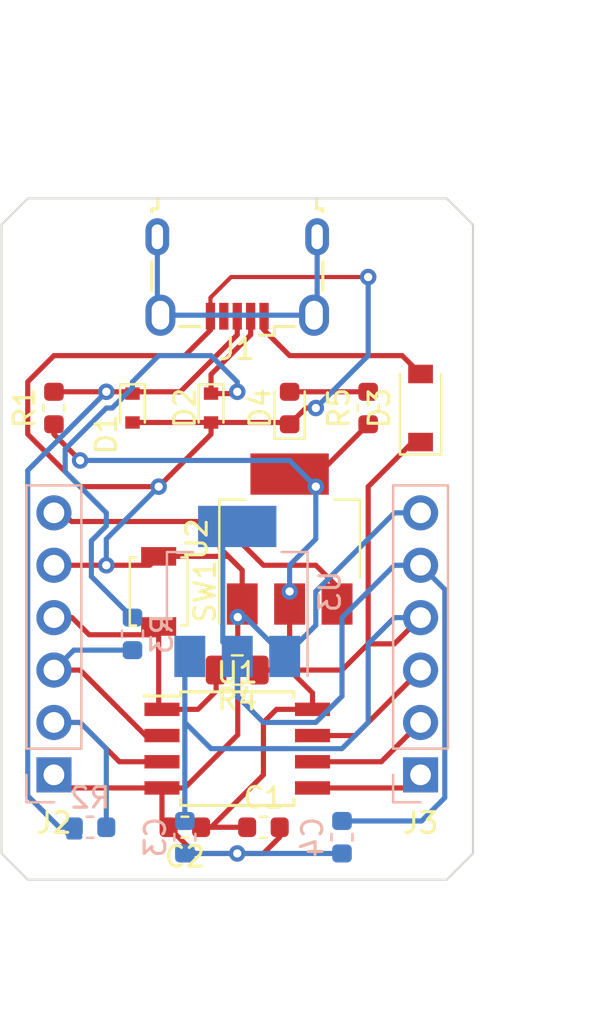
<source format=kicad_pcb>
(kicad_pcb (version 20171130) (host pcbnew "(5.1.6)-1")

  (general
    (thickness 1.6)
    (drawings 13)
    (tracks 225)
    (zones 0)
    (modules 20)
    (nets 17)
  )

  (page A4)
  (layers
    (0 F.Cu signal)
    (31 B.Cu signal)
    (32 B.Adhes user)
    (33 F.Adhes user)
    (34 B.Paste user)
    (35 F.Paste user)
    (36 B.SilkS user)
    (37 F.SilkS user)
    (38 B.Mask user)
    (39 F.Mask user)
    (40 Dwgs.User user)
    (41 Cmts.User user)
    (42 Eco1.User user)
    (43 Eco2.User user)
    (44 Edge.Cuts user)
    (45 Margin user)
    (46 B.CrtYd user)
    (47 F.CrtYd user)
    (48 B.Fab user)
    (49 F.Fab user)
  )

  (setup
    (last_trace_width 0.25)
    (trace_clearance 0.2)
    (zone_clearance 0.508)
    (zone_45_only no)
    (trace_min 0.2)
    (via_size 0.8)
    (via_drill 0.4)
    (via_min_size 0.4)
    (via_min_drill 0.3)
    (user_via 1.7 1)
    (uvia_size 0.3)
    (uvia_drill 0.1)
    (uvias_allowed no)
    (uvia_min_size 0.2)
    (uvia_min_drill 0.1)
    (edge_width 0.05)
    (segment_width 0.2)
    (pcb_text_width 0.3)
    (pcb_text_size 1.5 1.5)
    (mod_edge_width 0.12)
    (mod_text_size 1 1)
    (mod_text_width 0.15)
    (pad_size 0.875 0.95)
    (pad_drill 0)
    (pad_to_mask_clearance 0.05)
    (aux_axis_origin 0 0)
    (visible_elements 7FF9FFFF)
    (pcbplotparams
      (layerselection 0x010fc_ffffffff)
      (usegerberextensions true)
      (usegerberattributes true)
      (usegerberadvancedattributes true)
      (creategerberjobfile true)
      (excludeedgelayer true)
      (linewidth 0.100000)
      (plotframeref false)
      (viasonmask false)
      (mode 1)
      (useauxorigin false)
      (hpglpennumber 1)
      (hpglpenspeed 20)
      (hpglpendiameter 15.000000)
      (psnegative false)
      (psa4output false)
      (plotreference true)
      (plotvalue true)
      (plotinvisibletext false)
      (padsonsilk false)
      (subtractmaskfromsilk false)
      (outputformat 1)
      (mirror false)
      (drillshape 0)
      (scaleselection 1)
      (outputdirectory "Gerber files/"))
  )

  (net 0 "")
  (net 1 GND)
  (net 2 +5V)
  (net 3 +3V3)
  (net 4 "Net-(D1-Pad1)")
  (net 5 "Net-(D2-Pad1)")
  (net 6 VBUS)
  (net 7 "Net-(D4-Pad2)")
  (net 8 "Net-(J1-Pad4)")
  (net 9 "Net-(J1-Pad6)")
  (net 10 PB4)
  (net 11 PB3)
  (net 12 Reset)
  (net 13 VCC)
  (net 14 PB0)
  (net 15 PB1)
  (net 16 PB2)

  (net_class Default "This is the default net class."
    (clearance 0.2)
    (trace_width 0.25)
    (via_dia 0.8)
    (via_drill 0.4)
    (uvia_dia 0.3)
    (uvia_drill 0.1)
    (add_net +3V3)
    (add_net +5V)
    (add_net GND)
    (add_net "Net-(D1-Pad1)")
    (add_net "Net-(D2-Pad1)")
    (add_net "Net-(D4-Pad2)")
    (add_net "Net-(J1-Pad4)")
    (add_net "Net-(J1-Pad6)")
    (add_net PB0)
    (add_net PB1)
    (add_net PB2)
    (add_net PB3)
    (add_net PB4)
    (add_net Reset)
    (add_net VBUS)
    (add_net VCC)
  )

  (module Button_Switch_SMD:SW_SPST_B3U-1000P (layer F.Cu) (tedit 5A02FC95) (tstamp 5F600ED0)
    (at 133.35 119.38 270)
    (descr "Ultra-small-sized Tactile Switch with High Contact Reliability, Top-actuated Model, without Ground Terminal, without Boss")
    (tags "Tactile Switch")
    (path /5F47314D)
    (attr smd)
    (fp_text reference SW1 (at 0 -2.25 90) (layer F.SilkS)
      (effects (font (size 1 1) (thickness 0.15)))
    )
    (fp_text value SW_DIP_x01 (at 0 2.5 90) (layer F.Fab)
      (effects (font (size 1 1) (thickness 0.15)))
    )
    (fp_circle (center 0 0) (end 0.75 0) (layer F.Fab) (width 0.1))
    (fp_line (start -1.5 1.25) (end -1.5 -1.25) (layer F.Fab) (width 0.1))
    (fp_line (start 1.5 1.25) (end -1.5 1.25) (layer F.Fab) (width 0.1))
    (fp_line (start 1.5 -1.25) (end 1.5 1.25) (layer F.Fab) (width 0.1))
    (fp_line (start -1.5 -1.25) (end 1.5 -1.25) (layer F.Fab) (width 0.1))
    (fp_line (start 1.65 -1.4) (end 1.65 -1.1) (layer F.SilkS) (width 0.12))
    (fp_line (start -1.65 -1.4) (end 1.65 -1.4) (layer F.SilkS) (width 0.12))
    (fp_line (start -1.65 -1.1) (end -1.65 -1.4) (layer F.SilkS) (width 0.12))
    (fp_line (start 1.65 1.4) (end 1.65 1.1) (layer F.SilkS) (width 0.12))
    (fp_line (start -1.65 1.4) (end 1.65 1.4) (layer F.SilkS) (width 0.12))
    (fp_line (start -1.65 1.1) (end -1.65 1.4) (layer F.SilkS) (width 0.12))
    (fp_line (start -2.4 -1.65) (end -2.4 1.65) (layer F.CrtYd) (width 0.05))
    (fp_line (start 2.4 -1.65) (end -2.4 -1.65) (layer F.CrtYd) (width 0.05))
    (fp_line (start 2.4 1.65) (end 2.4 -1.65) (layer F.CrtYd) (width 0.05))
    (fp_line (start -2.4 1.65) (end 2.4 1.65) (layer F.CrtYd) (width 0.05))
    (fp_text user %R (at 0 0 90) (layer F.Fab)
      (effects (font (size 1 1) (thickness 0.15)))
    )
    (pad 2 smd rect (at 1.7 0 270) (size 0.9 1.7) (layers F.Cu F.Paste F.Mask)
      (net 12 Reset))
    (pad 1 smd rect (at -1.7 0 270) (size 0.9 1.7) (layers F.Cu F.Paste F.Mask)
      (net 1 GND))
    (model ${KISYS3DMOD}/Button_Switch_SMD.3dshapes/SW_SPST_B3U-1000P.wrl
      (at (xyz 0 0 0))
      (scale (xyz 1 1 1))
      (rotate (xyz 0 0 0))
    )
  )

  (module Connector_PinHeader_2.54mm:PinHeader_1x06_P2.54mm_Vertical (layer B.Cu) (tedit 59FED5CC) (tstamp 5F600E65)
    (at 146.05 128.27)
    (descr "Through hole straight pin header, 1x06, 2.54mm pitch, single row")
    (tags "Through hole pin header THT 1x06 2.54mm single row")
    (path /5F461CCB)
    (fp_text reference J3 (at 0 2.33) (layer F.SilkS)
      (effects (font (size 1 1) (thickness 0.15)))
    )
    (fp_text value RConn (at 0 -16.51) (layer F.Fab)
      (effects (font (size 1 1) (thickness 0.15)))
    )
    (fp_line (start -0.635 1.27) (end 1.27 1.27) (layer B.Fab) (width 0.1))
    (fp_line (start 1.27 1.27) (end 1.27 -13.97) (layer B.Fab) (width 0.1))
    (fp_line (start 1.27 -13.97) (end -1.27 -13.97) (layer B.Fab) (width 0.1))
    (fp_line (start -1.27 -13.97) (end -1.27 0.635) (layer B.Fab) (width 0.1))
    (fp_line (start -1.27 0.635) (end -0.635 1.27) (layer B.Fab) (width 0.1))
    (fp_line (start -1.33 -14.03) (end 1.33 -14.03) (layer B.SilkS) (width 0.12))
    (fp_line (start -1.33 -1.27) (end -1.33 -14.03) (layer B.SilkS) (width 0.12))
    (fp_line (start 1.33 -1.27) (end 1.33 -14.03) (layer B.SilkS) (width 0.12))
    (fp_line (start -1.33 -1.27) (end 1.33 -1.27) (layer B.SilkS) (width 0.12))
    (fp_line (start -1.33 0) (end -1.33 1.33) (layer B.SilkS) (width 0.12))
    (fp_line (start -1.33 1.33) (end 0 1.33) (layer B.SilkS) (width 0.12))
    (fp_line (start -1.8 1.8) (end -1.8 -14.5) (layer B.CrtYd) (width 0.05))
    (fp_line (start -1.8 -14.5) (end 1.8 -14.5) (layer B.CrtYd) (width 0.05))
    (fp_line (start 1.8 -14.5) (end 1.8 1.8) (layer B.CrtYd) (width 0.05))
    (fp_line (start 1.8 1.8) (end -1.8 1.8) (layer B.CrtYd) (width 0.05))
    (fp_text user %R (at 0 -6.35 -90) (layer B.Fab)
      (effects (font (size 1 1) (thickness 0.15)) (justify mirror))
    )
    (pad 6 thru_hole oval (at 0 -12.7) (size 1.7 1.7) (drill 1) (layers *.Cu *.Mask)
      (net 1 GND))
    (pad 5 thru_hole oval (at 0 -10.16) (size 1.7 1.7) (drill 1) (layers *.Cu *.Mask)
      (net 3 +3V3))
    (pad 4 thru_hole oval (at 0 -7.62) (size 1.7 1.7) (drill 1) (layers *.Cu *.Mask)
      (net 2 +5V))
    (pad 3 thru_hole oval (at 0 -5.08) (size 1.7 1.7) (drill 1) (layers *.Cu *.Mask)
      (net 16 PB2))
    (pad 2 thru_hole oval (at 0 -2.54) (size 1.7 1.7) (drill 1) (layers *.Cu *.Mask)
      (net 15 PB1))
    (pad 1 thru_hole rect (at 0 0) (size 1.7 1.7) (drill 1) (layers *.Cu *.Mask)
      (net 14 PB0))
    (model ${KISYS3DMOD}/Connector_PinHeader_2.54mm.3dshapes/PinHeader_1x06_P2.54mm_Vertical.wrl
      (at (xyz 0 0 0))
      (scale (xyz 1 1 1))
      (rotate (xyz 0 0 0))
    )
  )

  (module Connector_USB:USB_Micro-B_Wuerth_629105150521 (layer F.Cu) (tedit 5A142044) (tstamp 5F600E31)
    (at 137.16 104.14 180)
    (descr "USB Micro-B receptacle, http://www.mouser.com/ds/2/445/629105150521-469306.pdf")
    (tags "usb micro receptacle")
    (path /5F41A703)
    (attr smd)
    (fp_text reference J1 (at 0 -3.5) (layer F.SilkS)
      (effects (font (size 1 1) (thickness 0.15)))
    )
    (fp_text value USB_B_Micro (at 0 5.6) (layer F.Fab)
      (effects (font (size 1 1) (thickness 0.15)))
    )
    (fp_line (start -4 -2.25) (end -4 3.15) (layer F.Fab) (width 0.15))
    (fp_line (start -4 3.15) (end -3.7 3.15) (layer F.Fab) (width 0.15))
    (fp_line (start -3.7 3.15) (end -3.7 4.35) (layer F.Fab) (width 0.15))
    (fp_line (start -3.7 4.35) (end 3.7 4.35) (layer F.Fab) (width 0.15))
    (fp_line (start 3.7 4.35) (end 3.7 3.15) (layer F.Fab) (width 0.15))
    (fp_line (start 3.7 3.15) (end 4 3.15) (layer F.Fab) (width 0.15))
    (fp_line (start 4 3.15) (end 4 -2.25) (layer F.Fab) (width 0.15))
    (fp_line (start 4 -2.25) (end -4 -2.25) (layer F.Fab) (width 0.15))
    (fp_line (start -2.7 3.75) (end 2.7 3.75) (layer F.Fab) (width 0.15))
    (fp_line (start -1.075 -2.725) (end -1.3 -2.55) (layer F.Fab) (width 0.15))
    (fp_line (start -1.3 -2.55) (end -1.525 -2.725) (layer F.Fab) (width 0.15))
    (fp_line (start -1.525 -2.725) (end -1.525 -2.95) (layer F.Fab) (width 0.15))
    (fp_line (start -1.525 -2.95) (end -1.075 -2.95) (layer F.Fab) (width 0.15))
    (fp_line (start -1.075 -2.95) (end -1.075 -2.725) (layer F.Fab) (width 0.15))
    (fp_line (start -4.15 -0.65) (end -4.15 0.75) (layer F.SilkS) (width 0.15))
    (fp_line (start -4.15 3.15) (end -4.15 3.3) (layer F.SilkS) (width 0.15))
    (fp_line (start -4.15 3.3) (end -3.85 3.3) (layer F.SilkS) (width 0.15))
    (fp_line (start -3.85 3.3) (end -3.85 3.75) (layer F.SilkS) (width 0.15))
    (fp_line (start 3.85 3.75) (end 3.85 3.3) (layer F.SilkS) (width 0.15))
    (fp_line (start 3.85 3.3) (end 4.15 3.3) (layer F.SilkS) (width 0.15))
    (fp_line (start 4.15 3.3) (end 4.15 3.15) (layer F.SilkS) (width 0.15))
    (fp_line (start 4.15 0.75) (end 4.15 -0.65) (layer F.SilkS) (width 0.15))
    (fp_line (start -1.075 -2.825) (end -1.8 -2.825) (layer F.SilkS) (width 0.15))
    (fp_line (start -1.8 -2.825) (end -1.8 -2.4) (layer F.SilkS) (width 0.15))
    (fp_line (start -1.8 -2.4) (end -2.8 -2.4) (layer F.SilkS) (width 0.15))
    (fp_line (start 1.8 -2.4) (end 2.8 -2.4) (layer F.SilkS) (width 0.15))
    (fp_line (start -4.94 -3.34) (end -4.94 4.85) (layer F.CrtYd) (width 0.05))
    (fp_line (start -4.94 4.85) (end 4.95 4.85) (layer F.CrtYd) (width 0.05))
    (fp_line (start 4.95 4.85) (end 4.95 -3.34) (layer F.CrtYd) (width 0.05))
    (fp_line (start 4.95 -3.34) (end -4.94 -3.34) (layer F.CrtYd) (width 0.05))
    (fp_text user "PCB Edge" (at 0 3.75) (layer Dwgs.User)
      (effects (font (size 0.5 0.5) (thickness 0.08)))
    )
    (fp_text user %R (at 0 1.05) (layer F.Fab)
      (effects (font (size 1 1) (thickness 0.15)))
    )
    (pad "" np_thru_hole oval (at 2.5 -0.8 180) (size 0.8 0.8) (drill 0.8) (layers *.Cu *.Mask))
    (pad "" np_thru_hole oval (at -2.5 -0.8 180) (size 0.8 0.8) (drill 0.8) (layers *.Cu *.Mask))
    (pad 6 thru_hole oval (at 3.875 1.95 180) (size 1.15 1.8) (drill oval 0.55 1.2) (layers *.Cu *.Mask)
      (net 9 "Net-(J1-Pad6)"))
    (pad 6 thru_hole oval (at -3.875 1.95 180) (size 1.15 1.8) (drill oval 0.55 1.2) (layers *.Cu *.Mask)
      (net 9 "Net-(J1-Pad6)"))
    (pad 6 thru_hole oval (at 3.725 -1.85 180) (size 1.45 2) (drill oval 0.85 1.4) (layers *.Cu *.Mask)
      (net 9 "Net-(J1-Pad6)"))
    (pad 6 thru_hole oval (at -3.725 -1.85 180) (size 1.45 2) (drill oval 0.85 1.4) (layers *.Cu *.Mask)
      (net 9 "Net-(J1-Pad6)"))
    (pad 5 smd rect (at 1.3 -1.9 180) (size 0.45 1.3) (layers F.Cu F.Paste F.Mask)
      (net 1 GND))
    (pad 4 smd rect (at 0.65 -1.9 180) (size 0.45 1.3) (layers F.Cu F.Paste F.Mask)
      (net 8 "Net-(J1-Pad4)"))
    (pad 3 smd rect (at 0 -1.9 180) (size 0.45 1.3) (layers F.Cu F.Paste F.Mask)
      (net 4 "Net-(D1-Pad1)"))
    (pad 2 smd rect (at -0.65 -1.9 180) (size 0.45 1.3) (layers F.Cu F.Paste F.Mask)
      (net 5 "Net-(D2-Pad1)"))
    (pad 1 smd rect (at -1.3 -1.9 180) (size 0.45 1.3) (layers F.Cu F.Paste F.Mask)
      (net 6 VBUS))
    (model ${KISYS3DMOD}/Connector_USB.3dshapes/USB_Micro-B_Wuerth_629105150521.wrl
      (at (xyz 0 0 0))
      (scale (xyz 1 1 1))
      (rotate (xyz 0 0 0))
    )
  )

  (module Package_TO_SOT_SMD:SOT-223-3_TabPin2 (layer F.Cu) (tedit 5A02FF57) (tstamp 5F600F03)
    (at 139.7 116.84 90)
    (descr "module CMS SOT223 4 pins")
    (tags "CMS SOT")
    (path /5F4141A1)
    (attr smd)
    (fp_text reference U2 (at 0 -4.5 90) (layer F.SilkS)
      (effects (font (size 1 1) (thickness 0.15)))
    )
    (fp_text value AMS1117-5.0 (at 0 4.5 90) (layer F.Fab)
      (effects (font (size 1 1) (thickness 0.15)))
    )
    (fp_line (start 1.91 3.41) (end 1.91 2.15) (layer F.SilkS) (width 0.12))
    (fp_line (start 1.91 -3.41) (end 1.91 -2.15) (layer F.SilkS) (width 0.12))
    (fp_line (start 4.4 -3.6) (end -4.4 -3.6) (layer F.CrtYd) (width 0.05))
    (fp_line (start 4.4 3.6) (end 4.4 -3.6) (layer F.CrtYd) (width 0.05))
    (fp_line (start -4.4 3.6) (end 4.4 3.6) (layer F.CrtYd) (width 0.05))
    (fp_line (start -4.4 -3.6) (end -4.4 3.6) (layer F.CrtYd) (width 0.05))
    (fp_line (start -1.85 -2.35) (end -0.85 -3.35) (layer F.Fab) (width 0.1))
    (fp_line (start -1.85 -2.35) (end -1.85 3.35) (layer F.Fab) (width 0.1))
    (fp_line (start -1.85 3.41) (end 1.91 3.41) (layer F.SilkS) (width 0.12))
    (fp_line (start -0.85 -3.35) (end 1.85 -3.35) (layer F.Fab) (width 0.1))
    (fp_line (start -4.1 -3.41) (end 1.91 -3.41) (layer F.SilkS) (width 0.12))
    (fp_line (start -1.85 3.35) (end 1.85 3.35) (layer F.Fab) (width 0.1))
    (fp_line (start 1.85 -3.35) (end 1.85 3.35) (layer F.Fab) (width 0.1))
    (fp_text user %R (at 0 0) (layer F.Fab)
      (effects (font (size 0.8 0.8) (thickness 0.12)))
    )
    (pad 1 smd rect (at -3.15 -2.3 90) (size 2 1.5) (layers F.Cu F.Paste F.Mask)
      (net 1 GND))
    (pad 3 smd rect (at -3.15 2.3 90) (size 2 1.5) (layers F.Cu F.Paste F.Mask)
      (net 13 VCC))
    (pad 2 smd rect (at -3.15 0 90) (size 2 1.5) (layers F.Cu F.Paste F.Mask)
      (net 2 +5V))
    (pad 2 smd rect (at 3.15 0 90) (size 2 3.8) (layers F.Cu F.Paste F.Mask)
      (net 2 +5V))
    (model ${KISYS3DMOD}/Package_TO_SOT_SMD.3dshapes/SOT-223.wrl
      (at (xyz 0 0 0))
      (scale (xyz 1 1 1))
      (rotate (xyz 0 0 0))
    )
  )

  (module Resistor_SMD:R_0805_2012Metric_Pad1.15x1.40mm_HandSolder (layer F.Cu) (tedit 5F5F91AE) (tstamp 5F600EA9)
    (at 137.16 123.19 180)
    (descr "Resistor SMD 0805 (2012 Metric), square (rectangular) end terminal, IPC_7351 nominal with elongated pad for handsoldering. (Body size source: https://docs.google.com/spreadsheets/d/1BsfQQcO9C6DZCsRaXUlFlo91Tg2WpOkGARC1WS5S8t0/edit?usp=sharing), generated with kicad-footprint-generator")
    (tags "resistor handsolder")
    (path /5F475324)
    (attr smd)
    (fp_text reference R4 (at 0 -1.43) (layer F.SilkS)
      (effects (font (size 1 1) (thickness 0.15)))
    )
    (fp_text value 10KOhm (at 0 1.43) (layer F.Fab)
      (effects (font (size 1 1) (thickness 0.15)))
    )
    (fp_line (start -1 0.6) (end -1 -0.6) (layer F.Fab) (width 0.1))
    (fp_line (start -1 -0.6) (end 1 -0.6) (layer F.Fab) (width 0.1))
    (fp_line (start 1 -0.6) (end 1 0.6) (layer F.Fab) (width 0.1))
    (fp_line (start 1 0.6) (end -1 0.6) (layer F.Fab) (width 0.1))
    (fp_line (start -0.261252 -0.71) (end 0.261252 -0.71) (layer F.SilkS) (width 0.12))
    (fp_line (start -0.261252 0.71) (end 0.261252 0.71) (layer F.SilkS) (width 0.12))
    (fp_line (start -1.85 0.95) (end -1.85 -0.95) (layer F.CrtYd) (width 0.05))
    (fp_line (start -1.85 -0.95) (end 1.85 -0.95) (layer F.CrtYd) (width 0.05))
    (fp_line (start 1.85 -0.95) (end 1.85 0.95) (layer F.CrtYd) (width 0.05))
    (fp_line (start 1.85 0.95) (end -1.85 0.95) (layer F.CrtYd) (width 0.05))
    (fp_text user %R (at 0 0) (layer F.Fab)
      (effects (font (size 0.4 0.4) (thickness 0.06)))
    )
    (pad 2 smd roundrect (at 1.025 0 180) (size 1 1.4) (layers F.Cu F.Paste F.Mask) (roundrect_rratio 0.217)
      (net 12 Reset))
    (pad 1 smd roundrect (at -1.025 0 180) (size 1 1.4) (layers F.Cu F.Paste F.Mask) (roundrect_rratio 0.217)
      (net 2 +5V))
    (model ${KISYS3DMOD}/Resistor_SMD.3dshapes/R_0805_2012Metric.wrl
      (at (xyz 0 0 0))
      (scale (xyz 1 1 1))
      (rotate (xyz 0 0 0))
    )
  )

  (module Capacitor_SMD:C_0603_1608Metric (layer F.Cu) (tedit 5B301BBE) (tstamp 5F600D73)
    (at 138.43 130.81)
    (descr "Capacitor SMD 0603 (1608 Metric), square (rectangular) end terminal, IPC_7351 nominal, (Body size source: http://www.tortai-tech.com/upload/download/2011102023233369053.pdf), generated with kicad-footprint-generator")
    (tags capacitor)
    (path /5F45002B)
    (attr smd)
    (fp_text reference C1 (at 0 -1.43) (layer F.SilkS)
      (effects (font (size 1 1) (thickness 0.15)))
    )
    (fp_text value 4.7MicroF (at 0 1.43) (layer F.Fab)
      (effects (font (size 1 1) (thickness 0.15)))
    )
    (fp_line (start 1.48 0.73) (end -1.48 0.73) (layer F.CrtYd) (width 0.05))
    (fp_line (start 1.48 -0.73) (end 1.48 0.73) (layer F.CrtYd) (width 0.05))
    (fp_line (start -1.48 -0.73) (end 1.48 -0.73) (layer F.CrtYd) (width 0.05))
    (fp_line (start -1.48 0.73) (end -1.48 -0.73) (layer F.CrtYd) (width 0.05))
    (fp_line (start -0.162779 0.51) (end 0.162779 0.51) (layer F.SilkS) (width 0.12))
    (fp_line (start -0.162779 -0.51) (end 0.162779 -0.51) (layer F.SilkS) (width 0.12))
    (fp_line (start 0.8 0.4) (end -0.8 0.4) (layer F.Fab) (width 0.1))
    (fp_line (start 0.8 -0.4) (end 0.8 0.4) (layer F.Fab) (width 0.1))
    (fp_line (start -0.8 -0.4) (end 0.8 -0.4) (layer F.Fab) (width 0.1))
    (fp_line (start -0.8 0.4) (end -0.8 -0.4) (layer F.Fab) (width 0.1))
    (fp_text user %R (at 0 0) (layer F.Fab)
      (effects (font (size 0.4 0.4) (thickness 0.06)))
    )
    (pad 1 smd roundrect (at -0.7875 0) (size 0.875 0.95) (layers F.Cu F.Paste F.Mask) (roundrect_rratio 0.25)
      (net 2 +5V))
    (pad 2 smd roundrect (at 0.7875 0) (size 0.875 0.95) (layers F.Cu F.Paste F.Mask) (roundrect_rratio 0.25)
      (net 1 GND))
    (model ${KISYS3DMOD}/Capacitor_SMD.3dshapes/C_0603_1608Metric.wrl
      (at (xyz 0 0 0))
      (scale (xyz 1 1 1))
      (rotate (xyz 0 0 0))
    )
  )

  (module Capacitor_SMD:C_0603_1608Metric (layer F.Cu) (tedit 5B301BBE) (tstamp 5F600D84)
    (at 134.62 130.81 180)
    (descr "Capacitor SMD 0603 (1608 Metric), square (rectangular) end terminal, IPC_7351 nominal, (Body size source: http://www.tortai-tech.com/upload/download/2011102023233369053.pdf), generated with kicad-footprint-generator")
    (tags capacitor)
    (path /5F450DEB)
    (attr smd)
    (fp_text reference C2 (at 0 -1.43) (layer F.SilkS)
      (effects (font (size 1 1) (thickness 0.15)))
    )
    (fp_text value 0.1MicroF (at 0 1.43) (layer F.Fab)
      (effects (font (size 1 1) (thickness 0.15)))
    )
    (fp_line (start -0.8 0.4) (end -0.8 -0.4) (layer F.Fab) (width 0.1))
    (fp_line (start -0.8 -0.4) (end 0.8 -0.4) (layer F.Fab) (width 0.1))
    (fp_line (start 0.8 -0.4) (end 0.8 0.4) (layer F.Fab) (width 0.1))
    (fp_line (start 0.8 0.4) (end -0.8 0.4) (layer F.Fab) (width 0.1))
    (fp_line (start -0.162779 -0.51) (end 0.162779 -0.51) (layer F.SilkS) (width 0.12))
    (fp_line (start -0.162779 0.51) (end 0.162779 0.51) (layer F.SilkS) (width 0.12))
    (fp_line (start -1.48 0.73) (end -1.48 -0.73) (layer F.CrtYd) (width 0.05))
    (fp_line (start -1.48 -0.73) (end 1.48 -0.73) (layer F.CrtYd) (width 0.05))
    (fp_line (start 1.48 -0.73) (end 1.48 0.73) (layer F.CrtYd) (width 0.05))
    (fp_line (start 1.48 0.73) (end -1.48 0.73) (layer F.CrtYd) (width 0.05))
    (fp_text user %R (at 0 0) (layer F.Fab)
      (effects (font (size 0.4 0.4) (thickness 0.06)))
    )
    (pad 2 smd roundrect (at 0.7875 0 180) (size 0.875 0.95) (layers F.Cu F.Paste F.Mask) (roundrect_rratio 0.25)
      (net 1 GND))
    (pad 1 smd roundrect (at -0.7875 0 180) (size 0.875 0.95) (layers F.Cu F.Paste F.Mask) (roundrect_rratio 0.25)
      (net 2 +5V))
    (model ${KISYS3DMOD}/Capacitor_SMD.3dshapes/C_0603_1608Metric.wrl
      (at (xyz 0 0 0))
      (scale (xyz 1 1 1))
      (rotate (xyz 0 0 0))
    )
  )

  (module Capacitor_SMD:C_0603_1608Metric (layer B.Cu) (tedit 5B301BBE) (tstamp 5F600D95)
    (at 134.62 131.2925 270)
    (descr "Capacitor SMD 0603 (1608 Metric), square (rectangular) end terminal, IPC_7351 nominal, (Body size source: http://www.tortai-tech.com/upload/download/2011102023233369053.pdf), generated with kicad-footprint-generator")
    (tags capacitor)
    (path /5F46F6AF)
    (attr smd)
    (fp_text reference C3 (at 0 1.43 90) (layer B.SilkS)
      (effects (font (size 1 1) (thickness 0.15)) (justify mirror))
    )
    (fp_text value 10MicroF (at 0 -1.43 90) (layer B.Fab)
      (effects (font (size 1 1) (thickness 0.15)) (justify mirror))
    )
    (fp_line (start 1.48 -0.73) (end -1.48 -0.73) (layer B.CrtYd) (width 0.05))
    (fp_line (start 1.48 0.73) (end 1.48 -0.73) (layer B.CrtYd) (width 0.05))
    (fp_line (start -1.48 0.73) (end 1.48 0.73) (layer B.CrtYd) (width 0.05))
    (fp_line (start -1.48 -0.73) (end -1.48 0.73) (layer B.CrtYd) (width 0.05))
    (fp_line (start -0.162779 -0.51) (end 0.162779 -0.51) (layer B.SilkS) (width 0.12))
    (fp_line (start -0.162779 0.51) (end 0.162779 0.51) (layer B.SilkS) (width 0.12))
    (fp_line (start 0.8 -0.4) (end -0.8 -0.4) (layer B.Fab) (width 0.1))
    (fp_line (start 0.8 0.4) (end 0.8 -0.4) (layer B.Fab) (width 0.1))
    (fp_line (start -0.8 0.4) (end 0.8 0.4) (layer B.Fab) (width 0.1))
    (fp_line (start -0.8 -0.4) (end -0.8 0.4) (layer B.Fab) (width 0.1))
    (fp_text user %R (at 0 0 90) (layer B.Fab)
      (effects (font (size 0.4 0.4) (thickness 0.06)) (justify mirror))
    )
    (pad 1 smd roundrect (at -0.7875 0 270) (size 0.875 0.95) (layers B.Cu B.Paste B.Mask) (roundrect_rratio 0.25)
      (net 2 +5V))
    (pad 2 smd roundrect (at 0.7875 0 270) (size 0.875 0.95) (layers B.Cu B.Paste B.Mask) (roundrect_rratio 0.25)
      (net 1 GND))
    (model ${KISYS3DMOD}/Capacitor_SMD.3dshapes/C_0603_1608Metric.wrl
      (at (xyz 0 0 0))
      (scale (xyz 1 1 1))
      (rotate (xyz 0 0 0))
    )
  )

  (module Capacitor_SMD:C_0603_1608Metric (layer B.Cu) (tedit 5B301BBE) (tstamp 5F600DA6)
    (at 142.24 131.2925 270)
    (descr "Capacitor SMD 0603 (1608 Metric), square (rectangular) end terminal, IPC_7351 nominal, (Body size source: http://www.tortai-tech.com/upload/download/2011102023233369053.pdf), generated with kicad-footprint-generator")
    (tags capacitor)
    (path /5F46FD7E)
    (attr smd)
    (fp_text reference C4 (at 0 1.43 90) (layer B.SilkS)
      (effects (font (size 1 1) (thickness 0.15)) (justify mirror))
    )
    (fp_text value 22MicroF (at 0 -1.43 90) (layer B.Fab)
      (effects (font (size 1 1) (thickness 0.15)) (justify mirror))
    )
    (fp_line (start -0.8 -0.4) (end -0.8 0.4) (layer B.Fab) (width 0.1))
    (fp_line (start -0.8 0.4) (end 0.8 0.4) (layer B.Fab) (width 0.1))
    (fp_line (start 0.8 0.4) (end 0.8 -0.4) (layer B.Fab) (width 0.1))
    (fp_line (start 0.8 -0.4) (end -0.8 -0.4) (layer B.Fab) (width 0.1))
    (fp_line (start -0.162779 0.51) (end 0.162779 0.51) (layer B.SilkS) (width 0.12))
    (fp_line (start -0.162779 -0.51) (end 0.162779 -0.51) (layer B.SilkS) (width 0.12))
    (fp_line (start -1.48 -0.73) (end -1.48 0.73) (layer B.CrtYd) (width 0.05))
    (fp_line (start -1.48 0.73) (end 1.48 0.73) (layer B.CrtYd) (width 0.05))
    (fp_line (start 1.48 0.73) (end 1.48 -0.73) (layer B.CrtYd) (width 0.05))
    (fp_line (start 1.48 -0.73) (end -1.48 -0.73) (layer B.CrtYd) (width 0.05))
    (fp_text user %R (at 0 0 90) (layer B.Fab)
      (effects (font (size 0.4 0.4) (thickness 0.06)) (justify mirror))
    )
    (pad 2 smd roundrect (at 0.7875 0 270) (size 0.875 0.95) (layers B.Cu B.Paste B.Mask) (roundrect_rratio 0.25)
      (net 1 GND))
    (pad 1 smd roundrect (at -0.7875 0 270) (size 0.875 0.95) (layers B.Cu B.Paste B.Mask) (roundrect_rratio 0.25)
      (net 3 +3V3))
    (model ${KISYS3DMOD}/Capacitor_SMD.3dshapes/C_0603_1608Metric.wrl
      (at (xyz 0 0 0))
      (scale (xyz 1 1 1))
      (rotate (xyz 0 0 0))
    )
  )

  (module Diode_SMD:D_SOD-523 (layer F.Cu) (tedit 586419F0) (tstamp 5F600DBE)
    (at 132.08 110.49 270)
    (descr "http://www.diodes.com/datasheets/ap02001.pdf p.144")
    (tags "Diode SOD523")
    (path /5F46C907)
    (attr smd)
    (fp_text reference D1 (at 1.27 1.27 90) (layer F.SilkS)
      (effects (font (size 1 1) (thickness 0.15)))
    )
    (fp_text value 3.6V (at 0 1.4 90) (layer F.Fab)
      (effects (font (size 1 1) (thickness 0.15)))
    )
    (fp_line (start 0.7 0.6) (end -1.15 0.6) (layer F.SilkS) (width 0.12))
    (fp_line (start 0.7 -0.6) (end -1.15 -0.6) (layer F.SilkS) (width 0.12))
    (fp_line (start 0.65 0.45) (end -0.65 0.45) (layer F.Fab) (width 0.1))
    (fp_line (start -0.65 0.45) (end -0.65 -0.45) (layer F.Fab) (width 0.1))
    (fp_line (start -0.65 -0.45) (end 0.65 -0.45) (layer F.Fab) (width 0.1))
    (fp_line (start 0.65 -0.45) (end 0.65 0.45) (layer F.Fab) (width 0.1))
    (fp_line (start -0.2 0.2) (end -0.2 -0.2) (layer F.Fab) (width 0.1))
    (fp_line (start -0.2 0) (end -0.35 0) (layer F.Fab) (width 0.1))
    (fp_line (start -0.2 0) (end 0.1 0.2) (layer F.Fab) (width 0.1))
    (fp_line (start 0.1 0.2) (end 0.1 -0.2) (layer F.Fab) (width 0.1))
    (fp_line (start 0.1 -0.2) (end -0.2 0) (layer F.Fab) (width 0.1))
    (fp_line (start 0.1 0) (end 0.25 0) (layer F.Fab) (width 0.1))
    (fp_line (start 1.25 0.7) (end -1.25 0.7) (layer F.CrtYd) (width 0.05))
    (fp_line (start -1.25 0.7) (end -1.25 -0.7) (layer F.CrtYd) (width 0.05))
    (fp_line (start -1.25 -0.7) (end 1.25 -0.7) (layer F.CrtYd) (width 0.05))
    (fp_line (start 1.25 -0.7) (end 1.25 0.7) (layer F.CrtYd) (width 0.05))
    (fp_line (start -1.15 -0.6) (end -1.15 0.6) (layer F.SilkS) (width 0.12))
    (fp_text user %R (at 0 -1.3 90) (layer F.Fab)
      (effects (font (size 1 1) (thickness 0.15)))
    )
    (pad 2 smd rect (at 0.7 0 90) (size 0.6 0.7) (layers F.Cu F.Paste F.Mask)
      (net 1 GND))
    (pad 1 smd rect (at -0.7 0 90) (size 0.6 0.7) (layers F.Cu F.Paste F.Mask)
      (net 4 "Net-(D1-Pad1)"))
    (model ${KISYS3DMOD}/Diode_SMD.3dshapes/D_SOD-523.wrl
      (at (xyz 0 0 0))
      (scale (xyz 1 1 1))
      (rotate (xyz 0 0 0))
    )
  )

  (module Diode_SMD:D_SOD-523 (layer F.Cu) (tedit 586419F0) (tstamp 5F600DD6)
    (at 135.89 110.49 270)
    (descr "http://www.diodes.com/datasheets/ap02001.pdf p.144")
    (tags "Diode SOD523")
    (path /5F46AB4E)
    (attr smd)
    (fp_text reference D2 (at 0 1.27 90) (layer F.SilkS)
      (effects (font (size 1 1) (thickness 0.15)))
    )
    (fp_text value 3.6V (at 0 1.4 90) (layer F.Fab)
      (effects (font (size 1 1) (thickness 0.15)))
    )
    (fp_line (start -1.15 -0.6) (end -1.15 0.6) (layer F.SilkS) (width 0.12))
    (fp_line (start 1.25 -0.7) (end 1.25 0.7) (layer F.CrtYd) (width 0.05))
    (fp_line (start -1.25 -0.7) (end 1.25 -0.7) (layer F.CrtYd) (width 0.05))
    (fp_line (start -1.25 0.7) (end -1.25 -0.7) (layer F.CrtYd) (width 0.05))
    (fp_line (start 1.25 0.7) (end -1.25 0.7) (layer F.CrtYd) (width 0.05))
    (fp_line (start 0.1 0) (end 0.25 0) (layer F.Fab) (width 0.1))
    (fp_line (start 0.1 -0.2) (end -0.2 0) (layer F.Fab) (width 0.1))
    (fp_line (start 0.1 0.2) (end 0.1 -0.2) (layer F.Fab) (width 0.1))
    (fp_line (start -0.2 0) (end 0.1 0.2) (layer F.Fab) (width 0.1))
    (fp_line (start -0.2 0) (end -0.35 0) (layer F.Fab) (width 0.1))
    (fp_line (start -0.2 0.2) (end -0.2 -0.2) (layer F.Fab) (width 0.1))
    (fp_line (start 0.65 -0.45) (end 0.65 0.45) (layer F.Fab) (width 0.1))
    (fp_line (start -0.65 -0.45) (end 0.65 -0.45) (layer F.Fab) (width 0.1))
    (fp_line (start -0.65 0.45) (end -0.65 -0.45) (layer F.Fab) (width 0.1))
    (fp_line (start 0.65 0.45) (end -0.65 0.45) (layer F.Fab) (width 0.1))
    (fp_line (start 0.7 -0.6) (end -1.15 -0.6) (layer F.SilkS) (width 0.12))
    (fp_line (start 0.7 0.6) (end -1.15 0.6) (layer F.SilkS) (width 0.12))
    (fp_text user %R (at 0 -1.3 90) (layer F.Fab)
      (effects (font (size 1 1) (thickness 0.15)))
    )
    (pad 1 smd rect (at -0.7 0 90) (size 0.6 0.7) (layers F.Cu F.Paste F.Mask)
      (net 5 "Net-(D2-Pad1)"))
    (pad 2 smd rect (at 0.7 0 90) (size 0.6 0.7) (layers F.Cu F.Paste F.Mask)
      (net 1 GND))
    (model ${KISYS3DMOD}/Diode_SMD.3dshapes/D_SOD-523.wrl
      (at (xyz 0 0 0))
      (scale (xyz 1 1 1))
      (rotate (xyz 0 0 0))
    )
  )

  (module Diode_SMD:D_SOD-123 (layer F.Cu) (tedit 58645DC7) (tstamp 5F600DEF)
    (at 146.05 110.49 90)
    (descr SOD-123)
    (tags SOD-123)
    (path /5F463F16)
    (attr smd)
    (fp_text reference D3 (at 0 -2 90) (layer F.SilkS)
      (effects (font (size 1 1) (thickness 0.15)))
    )
    (fp_text value MBR0520 (at 0 2.1 90) (layer F.Fab)
      (effects (font (size 1 1) (thickness 0.15)))
    )
    (fp_line (start -2.25 -1) (end -2.25 1) (layer F.SilkS) (width 0.12))
    (fp_line (start 0.25 0) (end 0.75 0) (layer F.Fab) (width 0.1))
    (fp_line (start 0.25 0.4) (end -0.35 0) (layer F.Fab) (width 0.1))
    (fp_line (start 0.25 -0.4) (end 0.25 0.4) (layer F.Fab) (width 0.1))
    (fp_line (start -0.35 0) (end 0.25 -0.4) (layer F.Fab) (width 0.1))
    (fp_line (start -0.35 0) (end -0.35 0.55) (layer F.Fab) (width 0.1))
    (fp_line (start -0.35 0) (end -0.35 -0.55) (layer F.Fab) (width 0.1))
    (fp_line (start -0.75 0) (end -0.35 0) (layer F.Fab) (width 0.1))
    (fp_line (start -1.4 0.9) (end -1.4 -0.9) (layer F.Fab) (width 0.1))
    (fp_line (start 1.4 0.9) (end -1.4 0.9) (layer F.Fab) (width 0.1))
    (fp_line (start 1.4 -0.9) (end 1.4 0.9) (layer F.Fab) (width 0.1))
    (fp_line (start -1.4 -0.9) (end 1.4 -0.9) (layer F.Fab) (width 0.1))
    (fp_line (start -2.35 -1.15) (end 2.35 -1.15) (layer F.CrtYd) (width 0.05))
    (fp_line (start 2.35 -1.15) (end 2.35 1.15) (layer F.CrtYd) (width 0.05))
    (fp_line (start 2.35 1.15) (end -2.35 1.15) (layer F.CrtYd) (width 0.05))
    (fp_line (start -2.35 -1.15) (end -2.35 1.15) (layer F.CrtYd) (width 0.05))
    (fp_line (start -2.25 1) (end 1.65 1) (layer F.SilkS) (width 0.12))
    (fp_line (start -2.25 -1) (end 1.65 -1) (layer F.SilkS) (width 0.12))
    (fp_text user %R (at 0 -2 90) (layer F.Fab)
      (effects (font (size 1 1) (thickness 0.15)))
    )
    (pad 2 smd rect (at 1.65 0 90) (size 0.9 1.2) (layers F.Cu F.Paste F.Mask)
      (net 6 VBUS))
    (pad 1 smd rect (at -1.65 0 90) (size 0.9 1.2) (layers F.Cu F.Paste F.Mask)
      (net 2 +5V))
    (model ${KISYS3DMOD}/Diode_SMD.3dshapes/D_SOD-123.wrl
      (at (xyz 0 0 0))
      (scale (xyz 1 1 1))
      (rotate (xyz 0 0 0))
    )
  )

  (module LED_SMD:LED_0603_1608Metric (layer F.Cu) (tedit 5B301BBE) (tstamp 5F600E02)
    (at 139.7 110.49 90)
    (descr "LED SMD 0603 (1608 Metric), square (rectangular) end terminal, IPC_7351 nominal, (Body size source: http://www.tortai-tech.com/upload/download/2011102023233369053.pdf), generated with kicad-footprint-generator")
    (tags diode)
    (path /5F45C439)
    (attr smd)
    (fp_text reference D4 (at 0 -1.43 90) (layer F.SilkS)
      (effects (font (size 1 1) (thickness 0.15)))
    )
    (fp_text value LED (at 0 1.43 90) (layer F.Fab)
      (effects (font (size 1 1) (thickness 0.15)))
    )
    (fp_line (start 0.8 -0.4) (end -0.5 -0.4) (layer F.Fab) (width 0.1))
    (fp_line (start -0.5 -0.4) (end -0.8 -0.1) (layer F.Fab) (width 0.1))
    (fp_line (start -0.8 -0.1) (end -0.8 0.4) (layer F.Fab) (width 0.1))
    (fp_line (start -0.8 0.4) (end 0.8 0.4) (layer F.Fab) (width 0.1))
    (fp_line (start 0.8 0.4) (end 0.8 -0.4) (layer F.Fab) (width 0.1))
    (fp_line (start 0.8 -0.735) (end -1.485 -0.735) (layer F.SilkS) (width 0.12))
    (fp_line (start -1.485 -0.735) (end -1.485 0.735) (layer F.SilkS) (width 0.12))
    (fp_line (start -1.485 0.735) (end 0.8 0.735) (layer F.SilkS) (width 0.12))
    (fp_line (start -1.48 0.73) (end -1.48 -0.73) (layer F.CrtYd) (width 0.05))
    (fp_line (start -1.48 -0.73) (end 1.48 -0.73) (layer F.CrtYd) (width 0.05))
    (fp_line (start 1.48 -0.73) (end 1.48 0.73) (layer F.CrtYd) (width 0.05))
    (fp_line (start 1.48 0.73) (end -1.48 0.73) (layer F.CrtYd) (width 0.05))
    (fp_text user %R (at 0 0 90) (layer F.Fab)
      (effects (font (size 0.4 0.4) (thickness 0.06)))
    )
    (pad 2 smd roundrect (at 0.7875 0 90) (size 0.875 0.95) (layers F.Cu F.Paste F.Mask) (roundrect_rratio 0.25)
      (net 7 "Net-(D4-Pad2)"))
    (pad 1 smd roundrect (at -0.7875 0 90) (size 0.875 0.95) (layers F.Cu F.Paste F.Mask) (roundrect_rratio 0.25)
      (net 1 GND))
    (model ${KISYS3DMOD}/LED_SMD.3dshapes/LED_0603_1608Metric.wrl
      (at (xyz 0 0 0))
      (scale (xyz 1 1 1))
      (rotate (xyz 0 0 0))
    )
  )

  (module Connector_PinHeader_2.54mm:PinHeader_1x06_P2.54mm_Vertical (layer B.Cu) (tedit 59FED5CC) (tstamp 5F600E4B)
    (at 128.27 128.27)
    (descr "Through hole straight pin header, 1x06, 2.54mm pitch, single row")
    (tags "Through hole pin header THT 1x06 2.54mm single row")
    (path /5F4608B7)
    (fp_text reference J2 (at 0 2.33) (layer F.SilkS)
      (effects (font (size 1 1) (thickness 0.15)))
    )
    (fp_text value LConn (at 0 -16.51) (layer F.Fab)
      (effects (font (size 1 1) (thickness 0.15)))
    )
    (fp_line (start 1.8 1.8) (end -1.8 1.8) (layer B.CrtYd) (width 0.05))
    (fp_line (start 1.8 -14.5) (end 1.8 1.8) (layer B.CrtYd) (width 0.05))
    (fp_line (start -1.8 -14.5) (end 1.8 -14.5) (layer B.CrtYd) (width 0.05))
    (fp_line (start -1.8 1.8) (end -1.8 -14.5) (layer B.CrtYd) (width 0.05))
    (fp_line (start -1.33 1.33) (end 0 1.33) (layer B.SilkS) (width 0.12))
    (fp_line (start -1.33 0) (end -1.33 1.33) (layer B.SilkS) (width 0.12))
    (fp_line (start -1.33 -1.27) (end 1.33 -1.27) (layer B.SilkS) (width 0.12))
    (fp_line (start 1.33 -1.27) (end 1.33 -14.03) (layer B.SilkS) (width 0.12))
    (fp_line (start -1.33 -1.27) (end -1.33 -14.03) (layer B.SilkS) (width 0.12))
    (fp_line (start -1.33 -14.03) (end 1.33 -14.03) (layer B.SilkS) (width 0.12))
    (fp_line (start -1.27 0.635) (end -0.635 1.27) (layer B.Fab) (width 0.1))
    (fp_line (start -1.27 -13.97) (end -1.27 0.635) (layer B.Fab) (width 0.1))
    (fp_line (start 1.27 -13.97) (end -1.27 -13.97) (layer B.Fab) (width 0.1))
    (fp_line (start 1.27 1.27) (end 1.27 -13.97) (layer B.Fab) (width 0.1))
    (fp_line (start -0.635 1.27) (end 1.27 1.27) (layer B.Fab) (width 0.1))
    (fp_text user %R (at 0 -6.35 270) (layer B.Fab)
      (effects (font (size 1 1) (thickness 0.15)) (justify mirror))
    )
    (pad 1 thru_hole rect (at 0 0) (size 1.7 1.7) (drill 1) (layers *.Cu *.Mask)
      (net 1 GND))
    (pad 2 thru_hole oval (at 0 -2.54) (size 1.7 1.7) (drill 1) (layers *.Cu *.Mask)
      (net 10 PB4))
    (pad 3 thru_hole oval (at 0 -5.08) (size 1.7 1.7) (drill 1) (layers *.Cu *.Mask)
      (net 11 PB3))
    (pad 4 thru_hole oval (at 0 -7.62) (size 1.7 1.7) (drill 1) (layers *.Cu *.Mask)
      (net 12 Reset))
    (pad 5 thru_hole oval (at 0 -10.16) (size 1.7 1.7) (drill 1) (layers *.Cu *.Mask)
      (net 1 GND))
    (pad 6 thru_hole oval (at 0 -12.7) (size 1.7 1.7) (drill 1) (layers *.Cu *.Mask)
      (net 13 VCC))
    (model ${KISYS3DMOD}/Connector_PinHeader_2.54mm.3dshapes/PinHeader_1x06_P2.54mm_Vertical.wrl
      (at (xyz 0 0 0))
      (scale (xyz 1 1 1))
      (rotate (xyz 0 0 0))
    )
  )

  (module Resistor_SMD:R_0603_1608Metric (layer F.Cu) (tedit 5B301BBD) (tstamp 5F600E76)
    (at 128.27 110.49 90)
    (descr "Resistor SMD 0603 (1608 Metric), square (rectangular) end terminal, IPC_7351 nominal, (Body size source: http://www.tortai-tech.com/upload/download/2011102023233369053.pdf), generated with kicad-footprint-generator")
    (tags resistor)
    (path /5F470A33)
    (attr smd)
    (fp_text reference R1 (at 0 -1.43 90) (layer F.SilkS)
      (effects (font (size 1 1) (thickness 0.15)))
    )
    (fp_text value 1KOhm (at 0 1.43 90) (layer F.Fab)
      (effects (font (size 1 1) (thickness 0.15)))
    )
    (fp_line (start -0.8 0.4) (end -0.8 -0.4) (layer F.Fab) (width 0.1))
    (fp_line (start -0.8 -0.4) (end 0.8 -0.4) (layer F.Fab) (width 0.1))
    (fp_line (start 0.8 -0.4) (end 0.8 0.4) (layer F.Fab) (width 0.1))
    (fp_line (start 0.8 0.4) (end -0.8 0.4) (layer F.Fab) (width 0.1))
    (fp_line (start -0.162779 -0.51) (end 0.162779 -0.51) (layer F.SilkS) (width 0.12))
    (fp_line (start -0.162779 0.51) (end 0.162779 0.51) (layer F.SilkS) (width 0.12))
    (fp_line (start -1.48 0.73) (end -1.48 -0.73) (layer F.CrtYd) (width 0.05))
    (fp_line (start -1.48 -0.73) (end 1.48 -0.73) (layer F.CrtYd) (width 0.05))
    (fp_line (start 1.48 -0.73) (end 1.48 0.73) (layer F.CrtYd) (width 0.05))
    (fp_line (start 1.48 0.73) (end -1.48 0.73) (layer F.CrtYd) (width 0.05))
    (fp_text user %R (at 0 0 90) (layer F.Fab)
      (effects (font (size 0.4 0.4) (thickness 0.06)))
    )
    (pad 2 smd roundrect (at 0.7875 0 90) (size 0.875 0.95) (layers F.Cu F.Paste F.Mask) (roundrect_rratio 0.25)
      (net 4 "Net-(D1-Pad1)"))
    (pad 1 smd roundrect (at -0.7875 0 90) (size 0.875 0.95) (layers F.Cu F.Paste F.Mask) (roundrect_rratio 0.25)
      (net 2 +5V))
    (model ${KISYS3DMOD}/Resistor_SMD.3dshapes/R_0603_1608Metric.wrl
      (at (xyz 0 0 0))
      (scale (xyz 1 1 1))
      (rotate (xyz 0 0 0))
    )
  )

  (module Resistor_SMD:R_0603_1608Metric (layer B.Cu) (tedit 5F60A86C) (tstamp 5F600E87)
    (at 130.0225 130.81 180)
    (descr "Resistor SMD 0603 (1608 Metric), square (rectangular) end terminal, IPC_7351 nominal, (Body size source: http://www.tortai-tech.com/upload/download/2011102023233369053.pdf), generated with kicad-footprint-generator")
    (tags resistor)
    (path /5F46902E)
    (attr smd)
    (fp_text reference R2 (at 0 1.43 180) (layer B.SilkS)
      (effects (font (size 1 1) (thickness 0.15)) (justify mirror))
    )
    (fp_text value 68R (at 0 -1.43 180) (layer B.Fab)
      (effects (font (size 1 1) (thickness 0.15)) (justify mirror))
    )
    (fp_line (start 1.48 -0.73) (end -1.48 -0.73) (layer B.CrtYd) (width 0.05))
    (fp_line (start 1.48 0.73) (end 1.48 -0.73) (layer B.CrtYd) (width 0.05))
    (fp_line (start -1.48 0.73) (end 1.48 0.73) (layer B.CrtYd) (width 0.05))
    (fp_line (start -1.48 -0.73) (end -1.48 0.73) (layer B.CrtYd) (width 0.05))
    (fp_line (start -0.162779 -0.51) (end 0.162779 -0.51) (layer B.SilkS) (width 0.12))
    (fp_line (start -0.162779 0.51) (end 0.162779 0.51) (layer B.SilkS) (width 0.12))
    (fp_line (start 0.8 -0.4) (end -0.8 -0.4) (layer B.Fab) (width 0.1))
    (fp_line (start 0.8 0.4) (end 0.8 -0.4) (layer B.Fab) (width 0.1))
    (fp_line (start -0.8 0.4) (end 0.8 0.4) (layer B.Fab) (width 0.1))
    (fp_line (start -0.8 -0.4) (end -0.8 0.4) (layer B.Fab) (width 0.1))
    (fp_text user %R (at 0 0 180) (layer B.Fab)
      (effects (font (size 0.4 0.4) (thickness 0.06)) (justify mirror))
    )
    (pad 1 smd roundrect (at -0.7875 0 180) (size 0.875 0.95) (layers B.Cu B.Paste B.Mask) (roundrect_rratio 0.25)
      (net 10 PB4))
    (pad 2 smd roundrect (at 0.7875 0 180) (size 0.875 0.95) (layers B.Cu B.Paste B.Mask) (roundrect_rratio 0.25)
      (net 4 "Net-(D1-Pad1)"))
    (model ${KISYS3DMOD}/Resistor_SMD.3dshapes/R_0603_1608Metric.wrl
      (at (xyz 0 0 0))
      (scale (xyz 1 1 1))
      (rotate (xyz 0 0 0))
    )
  )

  (module Resistor_SMD:R_0603_1608Metric (layer B.Cu) (tedit 5B301BBD) (tstamp 5F600E98)
    (at 132.08 121.4375 90)
    (descr "Resistor SMD 0603 (1608 Metric), square (rectangular) end terminal, IPC_7351 nominal, (Body size source: http://www.tortai-tech.com/upload/download/2011102023233369053.pdf), generated with kicad-footprint-generator")
    (tags resistor)
    (path /5F4698ED)
    (attr smd)
    (fp_text reference R3 (at 0 1.43 270) (layer B.SilkS)
      (effects (font (size 1 1) (thickness 0.15)) (justify mirror))
    )
    (fp_text value 68R (at 0 -1.43 270) (layer B.Fab)
      (effects (font (size 1 1) (thickness 0.15)) (justify mirror))
    )
    (fp_line (start -0.8 -0.4) (end -0.8 0.4) (layer B.Fab) (width 0.1))
    (fp_line (start -0.8 0.4) (end 0.8 0.4) (layer B.Fab) (width 0.1))
    (fp_line (start 0.8 0.4) (end 0.8 -0.4) (layer B.Fab) (width 0.1))
    (fp_line (start 0.8 -0.4) (end -0.8 -0.4) (layer B.Fab) (width 0.1))
    (fp_line (start -0.162779 0.51) (end 0.162779 0.51) (layer B.SilkS) (width 0.12))
    (fp_line (start -0.162779 -0.51) (end 0.162779 -0.51) (layer B.SilkS) (width 0.12))
    (fp_line (start -1.48 -0.73) (end -1.48 0.73) (layer B.CrtYd) (width 0.05))
    (fp_line (start -1.48 0.73) (end 1.48 0.73) (layer B.CrtYd) (width 0.05))
    (fp_line (start 1.48 0.73) (end 1.48 -0.73) (layer B.CrtYd) (width 0.05))
    (fp_line (start 1.48 -0.73) (end -1.48 -0.73) (layer B.CrtYd) (width 0.05))
    (fp_text user %R (at 0 0 270) (layer B.Fab)
      (effects (font (size 0.4 0.4) (thickness 0.06)) (justify mirror))
    )
    (pad 2 smd roundrect (at 0.7875 0 90) (size 0.875 0.95) (layers B.Cu B.Paste B.Mask) (roundrect_rratio 0.25)
      (net 5 "Net-(D2-Pad1)"))
    (pad 1 smd roundrect (at -0.7875 0 90) (size 0.875 0.95) (layers B.Cu B.Paste B.Mask) (roundrect_rratio 0.25)
      (net 11 PB3))
    (model ${KISYS3DMOD}/Resistor_SMD.3dshapes/R_0603_1608Metric.wrl
      (at (xyz 0 0 0))
      (scale (xyz 1 1 1))
      (rotate (xyz 0 0 0))
    )
  )

  (module Resistor_SMD:R_0603_1608Metric (layer F.Cu) (tedit 5B301BBD) (tstamp 5F600EBA)
    (at 143.51 110.49 90)
    (descr "Resistor SMD 0603 (1608 Metric), square (rectangular) end terminal, IPC_7351 nominal, (Body size source: http://www.tortai-tech.com/upload/download/2011102023233369053.pdf), generated with kicad-footprint-generator")
    (tags resistor)
    (path /5F45B020)
    (attr smd)
    (fp_text reference R5 (at 0 -1.43 90) (layer F.SilkS)
      (effects (font (size 1 1) (thickness 0.15)))
    )
    (fp_text value 220R (at 0 1.43 90) (layer F.Fab)
      (effects (font (size 1 1) (thickness 0.15)))
    )
    (fp_line (start 1.48 0.73) (end -1.48 0.73) (layer F.CrtYd) (width 0.05))
    (fp_line (start 1.48 -0.73) (end 1.48 0.73) (layer F.CrtYd) (width 0.05))
    (fp_line (start -1.48 -0.73) (end 1.48 -0.73) (layer F.CrtYd) (width 0.05))
    (fp_line (start -1.48 0.73) (end -1.48 -0.73) (layer F.CrtYd) (width 0.05))
    (fp_line (start -0.162779 0.51) (end 0.162779 0.51) (layer F.SilkS) (width 0.12))
    (fp_line (start -0.162779 -0.51) (end 0.162779 -0.51) (layer F.SilkS) (width 0.12))
    (fp_line (start 0.8 0.4) (end -0.8 0.4) (layer F.Fab) (width 0.1))
    (fp_line (start 0.8 -0.4) (end 0.8 0.4) (layer F.Fab) (width 0.1))
    (fp_line (start -0.8 -0.4) (end 0.8 -0.4) (layer F.Fab) (width 0.1))
    (fp_line (start -0.8 0.4) (end -0.8 -0.4) (layer F.Fab) (width 0.1))
    (fp_text user %R (at 0 0 90) (layer F.Fab)
      (effects (font (size 0.4 0.4) (thickness 0.06)))
    )
    (pad 1 smd roundrect (at -0.7875 0 90) (size 0.875 0.95) (layers F.Cu F.Paste F.Mask) (roundrect_rratio 0.25)
      (net 2 +5V))
    (pad 2 smd roundrect (at 0.7875 0 90) (size 0.875 0.95) (layers F.Cu F.Paste F.Mask) (roundrect_rratio 0.25)
      (net 7 "Net-(D4-Pad2)"))
    (model ${KISYS3DMOD}/Resistor_SMD.3dshapes/R_0603_1608Metric.wrl
      (at (xyz 0 0 0))
      (scale (xyz 1 1 1))
      (rotate (xyz 0 0 0))
    )
  )

  (module Package_SO:SOIJ-8_5.3x5.3mm_P1.27mm (layer F.Cu) (tedit 5A02F2D3) (tstamp 5F600EED)
    (at 137.16 127)
    (descr "8-Lead Plastic Small Outline (SM) - Medium, 5.28 mm Body [SOIC] (see Microchip Packaging Specification 00000049BS.pdf)")
    (tags "SOIC 1.27")
    (path /5F413BB6)
    (attr smd)
    (fp_text reference U1 (at 0 -3.68) (layer F.SilkS)
      (effects (font (size 1 1) (thickness 0.15)))
    )
    (fp_text value ATtiny85-20SU (at 0 3.68) (layer F.Fab)
      (effects (font (size 1 1) (thickness 0.15)))
    )
    (fp_line (start -1.65 -2.65) (end 2.65 -2.65) (layer F.Fab) (width 0.15))
    (fp_line (start 2.65 -2.65) (end 2.65 2.65) (layer F.Fab) (width 0.15))
    (fp_line (start 2.65 2.65) (end -2.65 2.65) (layer F.Fab) (width 0.15))
    (fp_line (start -2.65 2.65) (end -2.65 -1.65) (layer F.Fab) (width 0.15))
    (fp_line (start -2.65 -1.65) (end -1.65 -2.65) (layer F.Fab) (width 0.15))
    (fp_line (start -4.75 -2.95) (end -4.75 2.95) (layer F.CrtYd) (width 0.05))
    (fp_line (start 4.75 -2.95) (end 4.75 2.95) (layer F.CrtYd) (width 0.05))
    (fp_line (start -4.75 -2.95) (end 4.75 -2.95) (layer F.CrtYd) (width 0.05))
    (fp_line (start -4.75 2.95) (end 4.75 2.95) (layer F.CrtYd) (width 0.05))
    (fp_line (start -2.75 -2.755) (end -2.75 -2.55) (layer F.SilkS) (width 0.15))
    (fp_line (start 2.75 -2.755) (end 2.75 -2.455) (layer F.SilkS) (width 0.15))
    (fp_line (start 2.75 2.755) (end 2.75 2.455) (layer F.SilkS) (width 0.15))
    (fp_line (start -2.75 2.755) (end -2.75 2.455) (layer F.SilkS) (width 0.15))
    (fp_line (start -2.75 -2.755) (end 2.75 -2.755) (layer F.SilkS) (width 0.15))
    (fp_line (start -2.75 2.755) (end 2.75 2.755) (layer F.SilkS) (width 0.15))
    (fp_line (start -2.75 -2.55) (end -4.5 -2.55) (layer F.SilkS) (width 0.15))
    (fp_text user %R (at 0 0) (layer F.Fab)
      (effects (font (size 1 1) (thickness 0.15)))
    )
    (pad 8 smd rect (at 3.65 -1.905) (size 1.7 0.65) (layers F.Cu F.Paste F.Mask)
      (net 2 +5V))
    (pad 7 smd rect (at 3.65 -0.635) (size 1.7 0.65) (layers F.Cu F.Paste F.Mask)
      (net 16 PB2))
    (pad 6 smd rect (at 3.65 0.635) (size 1.7 0.65) (layers F.Cu F.Paste F.Mask)
      (net 15 PB1))
    (pad 5 smd rect (at 3.65 1.905) (size 1.7 0.65) (layers F.Cu F.Paste F.Mask)
      (net 14 PB0))
    (pad 4 smd rect (at -3.65 1.905) (size 1.7 0.65) (layers F.Cu F.Paste F.Mask)
      (net 1 GND))
    (pad 3 smd rect (at -3.65 0.635) (size 1.7 0.65) (layers F.Cu F.Paste F.Mask)
      (net 10 PB4))
    (pad 2 smd rect (at -3.65 -0.635) (size 1.7 0.65) (layers F.Cu F.Paste F.Mask)
      (net 11 PB3))
    (pad 1 smd rect (at -3.65 -1.905) (size 1.7 0.65) (layers F.Cu F.Paste F.Mask)
      (net 12 Reset))
    (model ${KISYS3DMOD}/Package_SO.3dshapes/SOIJ-8_5.3x5.3mm_P1.27mm.wrl
      (at (xyz 0 0 0))
      (scale (xyz 1 1 1))
      (rotate (xyz 0 0 0))
    )
  )

  (module Package_TO_SOT_SMD:SOT-223-3_TabPin2 (layer B.Cu) (tedit 5A02FF57) (tstamp 5F600F19)
    (at 137.16 119.38 90)
    (descr "module CMS SOT223 4 pins")
    (tags "CMS SOT")
    (path /5F444581)
    (attr smd)
    (fp_text reference U3 (at 0 4.5 90) (layer B.SilkS)
      (effects (font (size 1 1) (thickness 0.15)) (justify mirror))
    )
    (fp_text value AMS1117-3.3 (at 0 -4.5 90) (layer B.Fab)
      (effects (font (size 1 1) (thickness 0.15)) (justify mirror))
    )
    (fp_line (start 1.85 3.35) (end 1.85 -3.35) (layer B.Fab) (width 0.1))
    (fp_line (start -1.85 -3.35) (end 1.85 -3.35) (layer B.Fab) (width 0.1))
    (fp_line (start -4.1 3.41) (end 1.91 3.41) (layer B.SilkS) (width 0.12))
    (fp_line (start -0.85 3.35) (end 1.85 3.35) (layer B.Fab) (width 0.1))
    (fp_line (start -1.85 -3.41) (end 1.91 -3.41) (layer B.SilkS) (width 0.12))
    (fp_line (start -1.85 2.35) (end -1.85 -3.35) (layer B.Fab) (width 0.1))
    (fp_line (start -1.85 2.35) (end -0.85 3.35) (layer B.Fab) (width 0.1))
    (fp_line (start -4.4 3.6) (end -4.4 -3.6) (layer B.CrtYd) (width 0.05))
    (fp_line (start -4.4 -3.6) (end 4.4 -3.6) (layer B.CrtYd) (width 0.05))
    (fp_line (start 4.4 -3.6) (end 4.4 3.6) (layer B.CrtYd) (width 0.05))
    (fp_line (start 4.4 3.6) (end -4.4 3.6) (layer B.CrtYd) (width 0.05))
    (fp_line (start 1.91 3.41) (end 1.91 2.15) (layer B.SilkS) (width 0.12))
    (fp_line (start 1.91 -3.41) (end 1.91 -2.15) (layer B.SilkS) (width 0.12))
    (fp_text user %R (at 0 0 180) (layer B.Fab)
      (effects (font (size 0.8 0.8) (thickness 0.12)) (justify mirror))
    )
    (pad 2 smd rect (at 3.15 0 90) (size 2 3.8) (layers B.Cu B.Paste B.Mask)
      (net 3 +3V3))
    (pad 2 smd rect (at -3.15 0 90) (size 2 1.5) (layers B.Cu B.Paste B.Mask)
      (net 3 +3V3))
    (pad 3 smd rect (at -3.15 -2.3 90) (size 2 1.5) (layers B.Cu B.Paste B.Mask)
      (net 2 +5V))
    (pad 1 smd rect (at -3.15 2.3 90) (size 2 1.5) (layers B.Cu B.Paste B.Mask)
      (net 1 GND))
    (model ${KISYS3DMOD}/Package_TO_SOT_SMD.3dshapes/SOT-223.wrl
      (at (xyz 0 0 0))
      (scale (xyz 1 1 1))
      (rotate (xyz 0 0 0))
    )
  )

  (dimension 22.86 (width 0.15) (layer Dwgs.User)
    (gr_text "0.9000 in" (at 137.16 137.19) (layer Dwgs.User)
      (effects (font (size 1 1) (thickness 0.15)))
    )
    (feature1 (pts (xy 148.59 135.89) (xy 148.59 136.476421)))
    (feature2 (pts (xy 125.73 135.89) (xy 125.73 136.476421)))
    (crossbar (pts (xy 125.73 135.89) (xy 148.59 135.89)))
    (arrow1a (pts (xy 148.59 135.89) (xy 147.463496 136.476421)))
    (arrow1b (pts (xy 148.59 135.89) (xy 147.463496 135.303579)))
    (arrow2a (pts (xy 125.73 135.89) (xy 126.856504 136.476421)))
    (arrow2b (pts (xy 125.73 135.89) (xy 126.856504 135.303579)))
  )
  (dimension 17.78 (width 0.15) (layer Dwgs.User)
    (gr_text "0.7000 in" (at 137.16 141) (layer Dwgs.User)
      (effects (font (size 1 1) (thickness 0.15)))
    )
    (feature1 (pts (xy 146.05 138.43) (xy 146.05 140.286421)))
    (feature2 (pts (xy 128.27 138.43) (xy 128.27 140.286421)))
    (crossbar (pts (xy 128.27 139.7) (xy 146.05 139.7)))
    (arrow1a (pts (xy 146.05 139.7) (xy 144.923496 140.286421)))
    (arrow1b (pts (xy 146.05 139.7) (xy 144.923496 139.113579)))
    (arrow2a (pts (xy 128.27 139.7) (xy 129.396504 140.286421)))
    (arrow2b (pts (xy 128.27 139.7) (xy 129.396504 139.113579)))
  )
  (dimension 33.02 (width 0.15) (layer Dwgs.User)
    (gr_text "1.3000 in" (at 153.7 116.84 270) (layer Dwgs.User)
      (effects (font (size 1 1) (thickness 0.15)))
    )
    (feature1 (pts (xy 151.13 133.35) (xy 152.986421 133.35)))
    (feature2 (pts (xy 151.13 100.33) (xy 152.986421 100.33)))
    (crossbar (pts (xy 152.4 100.33) (xy 152.4 133.35)))
    (arrow1a (pts (xy 152.4 133.35) (xy 151.813579 132.223496)))
    (arrow1b (pts (xy 152.4 133.35) (xy 152.986421 132.223496)))
    (arrow2a (pts (xy 152.4 100.33) (xy 151.813579 101.456504)))
    (arrow2b (pts (xy 152.4 100.33) (xy 152.986421 101.456504)))
  )
  (dimension 11.43 (width 0.15) (layer Dwgs.User)
    (gr_text "0.4500 in" (at 142.875 94.01) (layer Dwgs.User)
      (effects (font (size 1 1) (thickness 0.15)))
    )
    (feature1 (pts (xy 148.59 92.71) (xy 148.59 93.296421)))
    (feature2 (pts (xy 137.16 92.71) (xy 137.16 93.296421)))
    (crossbar (pts (xy 137.16 92.71) (xy 148.59 92.71)))
    (arrow1a (pts (xy 148.59 92.71) (xy 147.463496 93.296421)))
    (arrow1b (pts (xy 148.59 92.71) (xy 147.463496 92.123579)))
    (arrow2a (pts (xy 137.16 92.71) (xy 138.286504 93.296421)))
    (arrow2b (pts (xy 137.16 92.71) (xy 138.286504 92.123579)))
  )
  (dimension 8.89 (width 0.15) (layer Dwgs.User)
    (gr_text "0.3500 in" (at 141.605 96.55) (layer Dwgs.User)
      (effects (font (size 1 1) (thickness 0.15)))
    )
    (feature1 (pts (xy 146.05 95.25) (xy 146.05 95.836421)))
    (feature2 (pts (xy 137.16 95.25) (xy 137.16 95.836421)))
    (crossbar (pts (xy 137.16 95.25) (xy 146.05 95.25)))
    (arrow1a (pts (xy 146.05 95.25) (xy 144.923496 95.836421)))
    (arrow1b (pts (xy 146.05 95.25) (xy 144.923496 94.663579)))
    (arrow2a (pts (xy 137.16 95.25) (xy 138.286504 95.836421)))
    (arrow2b (pts (xy 137.16 95.25) (xy 138.286504 94.663579)))
  )
  (gr_line (start 147.32 100.33) (end 148.59 101.6) (layer Edge.Cuts) (width 0.1))
  (gr_line (start 127 100.33) (end 147.32 100.33) (layer Edge.Cuts) (width 0.1))
  (gr_line (start 125.73 101.6) (end 127 100.33) (layer Edge.Cuts) (width 0.1))
  (gr_line (start 125.73 132.08) (end 125.73 101.6) (layer Edge.Cuts) (width 0.1))
  (gr_line (start 127 133.35) (end 125.73 132.08) (layer Edge.Cuts) (width 0.1))
  (gr_line (start 147.32 133.35) (end 127 133.35) (layer Edge.Cuts) (width 0.1))
  (gr_line (start 148.59 132.08) (end 147.32 133.35) (layer Edge.Cuts) (width 0.1))
  (gr_line (start 148.59 101.6) (end 148.59 132.08) (layer Edge.Cuts) (width 0.1))

  (segment (start 133.51 128.905) (end 128.905 128.905) (width 0.25) (layer F.Cu) (net 1))
  (segment (start 137.4 118.35) (end 137.4 119.99) (width 0.25) (layer F.Cu) (net 1))
  (segment (start 137.18499 126.33001) (end 134.61 128.905) (width 0.25) (layer F.Cu) (net 1))
  (segment (start 137.18499 120.20501) (end 137.18499 120.62501) (width 0.25) (layer F.Cu) (net 1))
  (segment (start 134.61 128.905) (end 133.51 128.905) (width 0.25) (layer F.Cu) (net 1))
  (segment (start 137.4 119.99) (end 137.18499 120.20501) (width 0.25) (layer F.Cu) (net 1))
  (segment (start 137.4 119.99) (end 137.4 120.41) (width 0.25) (layer F.Cu) (net 1))
  (segment (start 137.18499 120.62501) (end 137.18499 126.33001) (width 0.25) (layer F.Cu) (net 1) (tstamp 5F605A0D))
  (via (at 137.18499 120.62501) (size 0.8) (drill 0.4) (layers F.Cu B.Cu) (net 1))
  (segment (start 137.55501 120.62501) (end 139.46 122.53) (width 0.25) (layer B.Cu) (net 1))
  (segment (start 137.18499 120.62501) (end 137.55501 120.62501) (width 0.25) (layer B.Cu) (net 1))
  (segment (start 135.89 111.19) (end 136.045001 111.034999) (width 0.25) (layer F.Cu) (net 1))
  (segment (start 128.27 128.27) (end 128.27 128.27) (width 0.25) (layer F.Cu) (net 1))
  (segment (start 128.27 118.11) (end 128.27 118.11) (width 0.25) (layer F.Cu) (net 1))
  (segment (start 130.81 118.11) (end 130.81 118.11) (width 0.25) (layer F.Cu) (net 1))
  (segment (start 135.86 106.04) (end 135.86 106.71) (width 0.25) (layer F.Cu) (net 1))
  (segment (start 133.35 114.3) (end 135.89 111.76) (width 0.25) (layer F.Cu) (net 1))
  (segment (start 135.89 111.76) (end 135.89 111.19) (width 0.25) (layer F.Cu) (net 1))
  (segment (start 133.35 111.19) (end 135.89 111.19) (width 0.25) (layer F.Cu) (net 1))
  (segment (start 133.51 130.4875) (end 133.8325 130.81) (width 0.25) (layer F.Cu) (net 1))
  (segment (start 133.51 128.905) (end 133.51 130.4875) (width 0.25) (layer F.Cu) (net 1))
  (segment (start 139.2175 130.81) (end 139.2175 131.2925) (width 0.25) (layer F.Cu) (net 1))
  (segment (start 139.2175 131.2925) (end 138.43 132.08) (width 0.25) (layer F.Cu) (net 1))
  (segment (start 135.1025 132.08) (end 133.8325 130.81) (width 0.25) (layer F.Cu) (net 1))
  (segment (start 138.43 132.08) (end 135.1025 132.08) (width 0.25) (layer F.Cu) (net 1))
  (segment (start 133.35 114.3) (end 133.35 114.3) (width 0.25) (layer F.Cu) (net 1) (tstamp 5F60A6BD))
  (segment (start 130.81 118.11) (end 130.81 118.11) (width 0.25) (layer F.Cu) (net 1) (tstamp 5F60A6C1))
  (segment (start 146.05 115.57) (end 146.05 115.57) (width 0.25) (layer B.Cu) (net 1))
  (segment (start 144.78 115.57) (end 140.97 119.38) (width 0.25) (layer B.Cu) (net 1))
  (segment (start 140.97 121.02) (end 139.46 122.53) (width 0.25) (layer B.Cu) (net 1))
  (segment (start 140.97 119.38) (end 140.97 121.02) (width 0.25) (layer B.Cu) (net 1))
  (segment (start 135.86 106.04) (end 135.86 105.14) (width 0.2) (layer F.Cu) (net 1))
  (segment (start 136.86 104.14) (end 143.51 104.14) (width 0.2) (layer F.Cu) (net 1))
  (segment (start 135.86 105.14) (end 136.86 104.14) (width 0.2) (layer F.Cu) (net 1))
  (segment (start 146.05 115.57) (end 146.05 115.57) (width 0.25) (layer B.Cu) (net 1) (tstamp 5F637E0D))
  (segment (start 146.05 115.57) (end 144.78 115.57) (width 0.25) (layer B.Cu) (net 1) (tstamp 5F637E25))
  (via (at 146.05 115.57) (size 1.7) (drill 1) (layers F.Cu B.Cu) (net 1))
  (segment (start 128.27 128.27) (end 128.905 128.905) (width 0.25) (layer F.Cu) (net 1) (tstamp 5F637E3B))
  (via (at 128.27 128.27) (size 1.7) (drill 1) (layers F.Cu B.Cu) (net 1))
  (segment (start 128.27 118.11) (end 130.81 118.11) (width 0.25) (layer F.Cu) (net 1) (tstamp 5F637E46))
  (via (at 128.27 118.11) (size 1.7) (drill 1) (layers F.Cu B.Cu) (net 1))
  (segment (start 130.81 118.11) (end 130.81 116.84) (width 0.25) (layer B.Cu) (net 1))
  (via (at 130.81 118.11) (size 0.8) (drill 0.4) (layers F.Cu B.Cu) (net 1))
  (via (at 130.81 118.11) (size 0.8) (drill 0.4) (layers F.Cu B.Cu) (net 1))
  (segment (start 130.81 116.84) (end 133.35 114.3) (width 0.25) (layer B.Cu) (net 1))
  (via (at 133.35 114.3) (size 0.8) (drill 0.4) (layers F.Cu B.Cu) (net 1))
  (segment (start 134.62 132.08) (end 137.16 132.08) (width 0.25) (layer B.Cu) (net 1))
  (segment (start 137.16 132.08) (end 142.24 132.08) (width 0.25) (layer B.Cu) (net 1) (tstamp 5F638555))
  (via (at 137.16 132.08) (size 0.8) (drill 0.4) (layers F.Cu B.Cu) (net 1))
  (segment (start 140.4875 110.49) (end 139.7 111.2775) (width 0.25) (layer F.Cu) (net 1))
  (via (at 143.51 104.14) (size 0.8) (drill 0.4) (layers F.Cu B.Cu) (net 1))
  (segment (start 140.97 110.49) (end 140.4875 110.49) (width 0.25) (layer F.Cu) (net 1) (tstamp 5F63881B))
  (via (at 140.97 110.49) (size 0.8) (drill 0.4) (layers F.Cu B.Cu) (net 1))
  (segment (start 143.51 107.95) (end 140.97 110.49) (width 0.25) (layer B.Cu) (net 1))
  (segment (start 143.51 104.14) (end 143.51 107.95) (width 0.25) (layer B.Cu) (net 1))
  (segment (start 132.08 111.19) (end 133.35 111.19) (width 0.25) (layer F.Cu) (net 1))
  (segment (start 139.6125 111.19) (end 139.7 111.2775) (width 0.25) (layer F.Cu) (net 1))
  (segment (start 135.89 111.19) (end 139.6125 111.19) (width 0.25) (layer F.Cu) (net 1))
  (segment (start 127 111.76) (end 129.54 114.3) (width 0.25) (layer F.Cu) (net 1))
  (segment (start 129.54 114.3) (end 133.35 114.3) (width 0.25) (layer F.Cu) (net 1))
  (segment (start 128.27 107.95) (end 127 109.22) (width 0.25) (layer F.Cu) (net 1))
  (segment (start 127 109.22) (end 127 111.76) (width 0.25) (layer F.Cu) (net 1))
  (segment (start 134.62 107.95) (end 128.27 107.95) (width 0.25) (layer F.Cu) (net 1))
  (segment (start 135.86 106.71) (end 134.62 107.95) (width 0.25) (layer F.Cu) (net 1))
  (segment (start 132.92 118.11) (end 133.35 117.68) (width 0.25) (layer F.Cu) (net 1))
  (segment (start 130.81 118.11) (end 132.92 118.11) (width 0.25) (layer F.Cu) (net 1))
  (segment (start 136.73 117.68) (end 137.16 118.11) (width 0.25) (layer F.Cu) (net 1))
  (segment (start 133.35 117.68) (end 136.73 117.68) (width 0.25) (layer F.Cu) (net 1))
  (segment (start 137.16 118.11) (end 137.4 118.35) (width 0.25) (layer F.Cu) (net 1))
  (segment (start 136.33 117.28) (end 137.16 118.11) (width 0.25) (layer F.Cu) (net 1))
  (via (at 139.7 119.38) (size 0.8) (drill 0.4) (layers F.Cu B.Cu) (net 2))
  (via (at 140.97 114.3) (size 0.8) (drill 0.4) (layers F.Cu B.Cu) (net 2))
  (segment (start 140.81 124.3) (end 140.81 125.095) (width 0.25) (layer F.Cu) (net 2))
  (segment (start 139.7 123.19) (end 140.81 124.3) (width 0.25) (layer F.Cu) (net 2))
  (segment (start 138.185 123.19) (end 139.7 123.19) (width 0.25) (layer F.Cu) (net 2))
  (segment (start 139.7 121.92) (end 139.7 119.99) (width 0.25) (layer F.Cu) (net 2))
  (segment (start 139.7 121.92) (end 139.7 123.19) (width 0.25) (layer F.Cu) (net 2))
  (segment (start 139.7 121.26) (end 139.7 121.92) (width 0.25) (layer F.Cu) (net 2))
  (segment (start 139.7 123.19) (end 142.24 123.19) (width 0.25) (layer F.Cu) (net 2))
  (segment (start 142.24 123.19) (end 143.51 121.92) (width 0.25) (layer F.Cu) (net 2))
  (segment (start 139.7 119.99) (end 139.7 119.38) (width 0.25) (layer F.Cu) (net 2))
  (segment (start 139.7 119.38) (end 139.7 118.11) (width 0.25) (layer B.Cu) (net 2))
  (segment (start 140.97 116.84) (end 140.97 114.3) (width 0.25) (layer B.Cu) (net 2))
  (segment (start 139.7 118.11) (end 140.97 116.84) (width 0.25) (layer B.Cu) (net 2))
  (segment (start 141.0975 113.69) (end 139.7 113.69) (width 0.25) (layer F.Cu) (net 2))
  (segment (start 143.51 111.2775) (end 141.0975 113.69) (width 0.25) (layer F.Cu) (net 2))
  (segment (start 145.67 112.14) (end 146.05 112.14) (width 0.25) (layer F.Cu) (net 2))
  (segment (start 143.51 121.92) (end 143.51 114.3) (width 0.25) (layer F.Cu) (net 2))
  (segment (start 143.51 114.3) (end 145.67 112.14) (width 0.25) (layer F.Cu) (net 2))
  (segment (start 146.05 120.65) (end 146.05 120.65) (width 0.25) (layer F.Cu) (net 2))
  (segment (start 144.78 121.92) (end 143.51 121.92) (width 0.25) (layer F.Cu) (net 2))
  (segment (start 128.27 111.2775) (end 128.27 111.76) (width 0.25) (layer F.Cu) (net 2))
  (segment (start 128.27 111.76) (end 128.27 111.76) (width 0.25) (layer F.Cu) (net 2))
  (segment (start 139.09 114.3) (end 139.7 113.69) (width 0.25) (layer F.Cu) (net 2))
  (segment (start 128.27 111.76) (end 129.54 113.03) (width 0.25) (layer F.Cu) (net 2) (tstamp 5F60A142))
  (via (at 129.54 113.03) (size 0.8) (drill 0.4) (layers F.Cu B.Cu) (net 2))
  (segment (start 129.54 113.03) (end 139.7 113.03) (width 0.25) (layer B.Cu) (net 2))
  (segment (start 139.7 113.03) (end 140.97 114.3) (width 0.25) (layer B.Cu) (net 2))
  (segment (start 140.81 125.095) (end 139.065 125.095) (width 0.25) (layer F.Cu) (net 2))
  (segment (start 139.065 125.095) (end 138.43 125.73) (width 0.25) (layer F.Cu) (net 2))
  (segment (start 138.43 125.73) (end 138.43 128.27) (width 0.25) (layer F.Cu) (net 2))
  (segment (start 135.89 130.81) (end 135.4075 130.81) (width 0.25) (layer F.Cu) (net 2))
  (segment (start 138.43 128.27) (end 135.89 130.81) (width 0.25) (layer F.Cu) (net 2))
  (segment (start 135.4075 130.81) (end 137.6425 130.81) (width 0.25) (layer F.Cu) (net 2))
  (segment (start 135.89 127) (end 134.62 125.73) (width 0.25) (layer B.Cu) (net 2))
  (segment (start 144.78 120.65) (end 143.51 121.92) (width 0.25) (layer B.Cu) (net 2))
  (segment (start 134.62 125.73) (end 134.62 123.19) (width 0.25) (layer B.Cu) (net 2))
  (segment (start 142.24 127) (end 135.89 127) (width 0.25) (layer B.Cu) (net 2))
  (segment (start 146.05 120.65) (end 144.78 120.65) (width 0.25) (layer B.Cu) (net 2))
  (segment (start 143.51 121.92) (end 143.51 125.73) (width 0.25) (layer B.Cu) (net 2))
  (segment (start 143.51 125.73) (end 142.24 127) (width 0.25) (layer B.Cu) (net 2))
  (segment (start 146.05 120.65) (end 144.78 121.92) (width 0.25) (layer F.Cu) (net 2) (tstamp 5F637E10))
  (via (at 146.05 120.65) (size 1.7) (drill 1) (layers F.Cu B.Cu) (net 2))
  (segment (start 134.62 125.73) (end 134.62 129.235) (width 0.25) (layer B.Cu) (net 2))
  (segment (start 134.62 129.235) (end 134.62 130.505) (width 0.25) (layer B.Cu) (net 2))
  (segment (start 136.459989 116.930011) (end 137.16 116.23) (width 0.25) (layer B.Cu) (net 3))
  (segment (start 136.459989 121.829989) (end 136.459989 116.930011) (width 0.25) (layer B.Cu) (net 3))
  (segment (start 137.16 122.53) (end 136.459989 121.829989) (width 0.25) (layer B.Cu) (net 3))
  (segment (start 137.16 124.46) (end 138.43 125.73) (width 0.25) (layer B.Cu) (net 3))
  (segment (start 137.16 123.19) (end 137.16 124.46) (width 0.25) (layer B.Cu) (net 3))
  (segment (start 138.43 125.73) (end 140.97 125.73) (width 0.25) (layer B.Cu) (net 3))
  (segment (start 140.97 125.73) (end 142.24 124.46) (width 0.25) (layer B.Cu) (net 3))
  (segment (start 142.24 124.46) (end 142.24 120.65) (width 0.25) (layer B.Cu) (net 3))
  (segment (start 142.24 120.65) (end 144.78 118.11) (width 0.25) (layer B.Cu) (net 3))
  (segment (start 144.78 118.11) (end 146.05 118.11) (width 0.25) (layer B.Cu) (net 3))
  (segment (start 146.05 118.11) (end 146.05 118.11) (width 0.25) (layer B.Cu) (net 3) (tstamp 5F637D5A))
  (via (at 146.05 118.11) (size 1.7) (drill 1) (layers F.Cu B.Cu) (net 3))
  (segment (start 147.225001 119.285001) (end 146.05 118.11) (width 0.25) (layer B.Cu) (net 3))
  (segment (start 147.225001 129.380001) (end 147.225001 119.285001) (width 0.25) (layer B.Cu) (net 3))
  (segment (start 146.100002 130.505) (end 147.225001 129.380001) (width 0.25) (layer B.Cu) (net 3))
  (segment (start 142.24 130.505) (end 146.100002 130.505) (width 0.25) (layer B.Cu) (net 3))
  (segment (start 128.27 109.7025) (end 130.81 109.7025) (width 0.25) (layer F.Cu) (net 4))
  (segment (start 130.81 109.7025) (end 130.81 109.7025) (width 0.25) (layer F.Cu) (net 4))
  (via (at 130.81 109.7025) (size 0.8) (drill 0.4) (layers F.Cu B.Cu) (net 4))
  (segment (start 128.994988 131.27999) (end 129.52749 131.27999) (width 0.25) (layer B.Cu) (net 4))
  (segment (start 127 113.5125) (end 127 129.285002) (width 0.25) (layer B.Cu) (net 4))
  (segment (start 128.524998 130.81) (end 129.235 130.81) (width 0.25) (layer B.Cu) (net 4))
  (segment (start 127 129.285002) (end 128.524998 130.81) (width 0.25) (layer B.Cu) (net 4))
  (segment (start 130.81 109.7025) (end 127 113.5125) (width 0.25) (layer B.Cu) (net 4))
  (segment (start 137.16 106.94) (end 137.16 106.04) (width 0.25) (layer F.Cu) (net 4))
  (segment (start 134.3975 109.7025) (end 137.16 106.94) (width 0.25) (layer F.Cu) (net 4))
  (segment (start 130.81 109.7025) (end 134.3975 109.7025) (width 0.25) (layer F.Cu) (net 4))
  (segment (start 136.076401 109.930009) (end 135.89 109.930009) (width 0.25) (layer F.Cu) (net 5))
  (segment (start 137.81 106.94) (end 135.89 108.86) (width 0.25) (layer F.Cu) (net 5))
  (segment (start 137.81 106.04) (end 137.81 106.94) (width 0.25) (layer F.Cu) (net 5))
  (segment (start 135.89 108.86) (end 135.89 109.79) (width 0.25) (layer F.Cu) (net 5))
  (via (at 137.16 109.7025) (size 0.8) (drill 0.4) (layers F.Cu B.Cu) (net 5))
  (segment (start 128.814999 112.485001) (end 128.814999 113.574999) (width 0.25) (layer B.Cu) (net 5))
  (segment (start 130.81 110.49) (end 128.814999 112.485001) (width 0.25) (layer B.Cu) (net 5))
  (segment (start 130.81 115.57) (end 130.81 116.20359) (width 0.25) (layer B.Cu) (net 5))
  (segment (start 128.814999 113.574999) (end 130.81 115.57) (width 0.25) (layer B.Cu) (net 5))
  (segment (start 130.084999 116.928591) (end 130.084999 118.654999) (width 0.25) (layer B.Cu) (net 5))
  (segment (start 130.81 116.20359) (end 130.084999 116.928591) (width 0.25) (layer B.Cu) (net 5))
  (segment (start 130.084999 118.654999) (end 132.08 120.65) (width 0.25) (layer B.Cu) (net 5))
  (segment (start 132.08 109.22) (end 133.35 107.95) (width 0.25) (layer B.Cu) (net 5))
  (segment (start 132.08 109.505502) (end 131.095502 110.49) (width 0.25) (layer B.Cu) (net 5))
  (segment (start 132.08 109.22) (end 132.08 109.505502) (width 0.25) (layer B.Cu) (net 5))
  (segment (start 131.095502 110.49) (end 130.81 110.49) (width 0.25) (layer B.Cu) (net 5))
  (segment (start 137.2475 109.79) (end 137.16 109.7025) (width 0.25) (layer F.Cu) (net 5))
  (segment (start 137.0725 109.79) (end 137.16 109.7025) (width 0.25) (layer F.Cu) (net 5))
  (segment (start 135.89 109.79) (end 137.0725 109.79) (width 0.25) (layer F.Cu) (net 5))
  (segment (start 135.89 107.95) (end 137.16 109.22) (width 0.25) (layer B.Cu) (net 5))
  (segment (start 135.89 107.95) (end 133.35 107.95) (width 0.25) (layer B.Cu) (net 5))
  (segment (start 137.16 109.22) (end 137.16 109.7025) (width 0.25) (layer B.Cu) (net 5))
  (segment (start 138.43 106.68) (end 138.43 106.366998) (width 0.25) (layer F.Cu) (net 6))
  (segment (start 138.46 106.04) (end 138.46 106.71) (width 0.25) (layer F.Cu) (net 6))
  (segment (start 138.46 106.71) (end 139.7 107.95) (width 0.25) (layer F.Cu) (net 6))
  (segment (start 145.16 107.95) (end 146.05 108.84) (width 0.25) (layer F.Cu) (net 6))
  (segment (start 139.7 107.95) (end 145.16 107.95) (width 0.25) (layer F.Cu) (net 6))
  (segment (start 143.51 109.7025) (end 140.97 109.7025) (width 0.25) (layer F.Cu) (net 7))
  (segment (start 140.97 109.7025) (end 139.7 109.7025) (width 0.25) (layer F.Cu) (net 7))
  (segment (start 133.285 105.84) (end 133.435 105.99) (width 0.25) (layer F.Cu) (net 9))
  (segment (start 141.035 101.665) (end 141.035 102.19) (width 0.25) (layer F.Cu) (net 9))
  (segment (start 141.035 105.84) (end 140.885 105.99) (width 0.25) (layer B.Cu) (net 9))
  (segment (start 141.035 102.19) (end 141.035 105.84) (width 0.25) (layer B.Cu) (net 9))
  (segment (start 134.41 105.99) (end 140.885 105.99) (width 0.25) (layer B.Cu) (net 9))
  (segment (start 133.435 105.99) (end 134.41 105.99) (width 0.25) (layer B.Cu) (net 9))
  (segment (start 133.285 105.84) (end 133.435 105.99) (width 0.25) (layer B.Cu) (net 9))
  (segment (start 133.285 102.19) (end 133.285 105.84) (width 0.25) (layer B.Cu) (net 9))
  (segment (start 128.27 125.73) (end 128.27 125.73) (width 0.25) (layer F.Cu) (net 10))
  (segment (start 131.445 127.635) (end 133.51 127.635) (width 0.25) (layer F.Cu) (net 10))
  (segment (start 129.54 125.73) (end 131.445 127.635) (width 0.25) (layer F.Cu) (net 10))
  (segment (start 128.27 125.73) (end 129.54 125.73) (width 0.25) (layer F.Cu) (net 10) (tstamp 5F637E3D))
  (via (at 128.27 125.73) (size 1.7) (drill 1) (layers F.Cu B.Cu) (net 10))
  (segment (start 130.81 130.81) (end 130.81 127) (width 0.25) (layer B.Cu) (net 10))
  (segment (start 129.54 125.73) (end 128.27 125.73) (width 0.25) (layer B.Cu) (net 10))
  (segment (start 130.81 127) (end 129.54 125.73) (width 0.25) (layer B.Cu) (net 10))
  (segment (start 132.715 126.365) (end 133.51 126.365) (width 0.25) (layer F.Cu) (net 11))
  (segment (start 128.27 123.19) (end 128.27 123.19) (width 0.25) (layer F.Cu) (net 11))
  (segment (start 129.54 123.19) (end 132.715 126.365) (width 0.25) (layer F.Cu) (net 11))
  (segment (start 128.27 123.19) (end 129.54 123.19) (width 0.25) (layer F.Cu) (net 11) (tstamp 5F637E3F))
  (via (at 128.27 123.19) (size 1.7) (drill 1) (layers F.Cu B.Cu) (net 11))
  (segment (start 129.235 122.225) (end 128.27 123.19) (width 0.25) (layer B.Cu) (net 11))
  (segment (start 132.08 122.225) (end 129.235 122.225) (width 0.25) (layer B.Cu) (net 11))
  (segment (start 133.35 124.935) (end 133.51 125.095) (width 0.25) (layer F.Cu) (net 12))
  (segment (start 133.35 121.48) (end 133.35 124.935) (width 0.25) (layer F.Cu) (net 12))
  (segment (start 136.135 123.19) (end 136.135 124.215) (width 0.25) (layer F.Cu) (net 12))
  (segment (start 135.255 125.095) (end 133.51 125.095) (width 0.25) (layer F.Cu) (net 12))
  (segment (start 136.135 124.215) (end 135.255 125.095) (width 0.25) (layer F.Cu) (net 12))
  (segment (start 129.15 120.65) (end 129.98 121.48) (width 0.25) (layer F.Cu) (net 12))
  (segment (start 128.27 120.65) (end 128.27 120.65) (width 0.25) (layer F.Cu) (net 12))
  (segment (start 133.35 121.48) (end 129.98 121.48) (width 0.25) (layer F.Cu) (net 12))
  (segment (start 128.27 120.65) (end 129.15 120.65) (width 0.25) (layer F.Cu) (net 12) (tstamp 5F637E44))
  (via (at 128.27 120.65) (size 1.7) (drill 1) (layers F.Cu B.Cu) (net 12))
  (segment (start 129.119999 115.990001) (end 136.310001 115.990001) (width 0.25) (layer F.Cu) (net 13))
  (segment (start 136.310001 115.990001) (end 138.43 118.11) (width 0.25) (layer F.Cu) (net 13))
  (segment (start 138.43 118.11) (end 140.97 118.11) (width 0.25) (layer F.Cu) (net 13))
  (segment (start 140.97 118.11) (end 142 119.14) (width 0.25) (layer F.Cu) (net 13))
  (segment (start 128.699998 115.57) (end 129.119999 115.990001) (width 0.25) (layer F.Cu) (net 13))
  (segment (start 128.27 115.57) (end 128.27 115.57) (width 0.25) (layer F.Cu) (net 13))
  (segment (start 128.27 115.57) (end 128.699998 115.57) (width 0.25) (layer F.Cu) (net 13) (tstamp 5F637E48))
  (via (at 128.27 115.57) (size 1.7) (drill 1) (layers F.Cu B.Cu) (net 13))
  (segment (start 145.415 128.905) (end 146.05 128.27) (width 0.25) (layer F.Cu) (net 14))
  (segment (start 144.145 128.905) (end 145.415 128.905) (width 0.25) (layer F.Cu) (net 14))
  (segment (start 140.81 128.905) (end 144.145 128.905) (width 0.25) (layer F.Cu) (net 14))
  (segment (start 146.05 128.27) (end 146.05 128.27) (width 0.25) (layer F.Cu) (net 14) (tstamp 5F637E33))
  (via (at 146.05 128.27) (size 1.7) (drill 1) (layers F.Cu B.Cu) (net 14))
  (segment (start 144.145 127.635) (end 146.05 125.73) (width 0.25) (layer F.Cu) (net 15))
  (segment (start 140.81 127.635) (end 144.145 127.635) (width 0.25) (layer F.Cu) (net 15))
  (segment (start 146.05 125.73) (end 146.05 125.73) (width 0.25) (layer F.Cu) (net 15) (tstamp 5F637E2D))
  (via (at 146.05 125.73) (size 1.7) (drill 1) (layers F.Cu B.Cu) (net 15))
  (segment (start 146.05 123.19) (end 146.05 123.19) (width 0.25) (layer F.Cu) (net 16))
  (segment (start 140.81 126.365) (end 142.875 126.365) (width 0.25) (layer F.Cu) (net 16))
  (segment (start 146.05 123.19) (end 142.875 126.365) (width 0.25) (layer F.Cu) (net 16) (tstamp 5F637E2B))
  (via (at 146.05 123.19) (size 1.7) (drill 1) (layers F.Cu B.Cu) (net 16))

)

</source>
